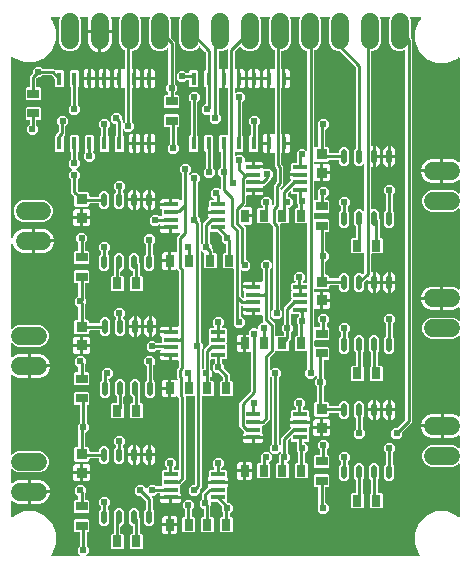
<source format=gbr>
G04 EAGLE Gerber RS-274X export*
G75*
%MOMM*%
%FSLAX34Y34*%
%LPD*%
%INTop Copper*%
%IPPOS*%
%AMOC8*
5,1,8,0,0,1.08239X$1,22.5*%
G01*
G04 Define Apertures*
%ADD10R,0.970200X0.920900*%
%ADD11R,0.798700X0.973900*%
%ADD12R,0.973900X0.798700*%
%ADD13C,0.550000*%
%ADD14R,1.219200X0.406400*%
%ADD15R,0.457200X1.117600*%
%ADD16C,1.524000*%
%ADD17C,1.500000*%
%ADD18C,0.254000*%
%ADD19C,0.604000*%
G36*
X68231Y10220D02*
X67934Y10160D01*
X44329Y10160D01*
X44065Y10207D01*
X43807Y10366D01*
X43632Y10614D01*
X43567Y10910D01*
X43622Y11208D01*
X43790Y11461D01*
X44780Y12451D01*
X48260Y20853D01*
X48260Y29947D01*
X44780Y38349D01*
X38349Y44780D01*
X29947Y48260D01*
X20853Y48260D01*
X12451Y44780D01*
X11461Y43790D01*
X11241Y43637D01*
X10946Y43567D01*
X10647Y43618D01*
X10392Y43781D01*
X10220Y44031D01*
X10160Y44329D01*
X10160Y56592D01*
X10207Y56855D01*
X10366Y57113D01*
X10614Y57288D01*
X10910Y57354D01*
X11208Y57298D01*
X11461Y57130D01*
X12213Y56379D01*
X15903Y54850D01*
X24130Y54850D01*
X24130Y74930D01*
X15903Y74930D01*
X12213Y73402D01*
X11461Y72650D01*
X11241Y72497D01*
X10946Y72427D01*
X10647Y72478D01*
X10392Y72641D01*
X10220Y72891D01*
X10160Y73188D01*
X10160Y83429D01*
X10207Y83692D01*
X10366Y83950D01*
X10614Y84125D01*
X10910Y84190D01*
X11208Y84135D01*
X11461Y83967D01*
X12788Y82640D01*
X16105Y81266D01*
X34695Y81266D01*
X38012Y82640D01*
X40550Y85178D01*
X41924Y88495D01*
X41924Y92085D01*
X40550Y95402D01*
X38012Y97940D01*
X34695Y99314D01*
X16105Y99314D01*
X12788Y97940D01*
X11461Y96613D01*
X11241Y96460D01*
X10946Y96390D01*
X10647Y96441D01*
X10392Y96604D01*
X10220Y96854D01*
X10160Y97151D01*
X10160Y163152D01*
X10207Y163415D01*
X10366Y163673D01*
X10614Y163848D01*
X10910Y163914D01*
X11208Y163858D01*
X11461Y163690D01*
X12213Y162939D01*
X15903Y161410D01*
X24130Y161410D01*
X24130Y181490D01*
X15903Y181490D01*
X12213Y179962D01*
X11461Y179210D01*
X11241Y179057D01*
X10946Y178987D01*
X10647Y179038D01*
X10392Y179201D01*
X10220Y179451D01*
X10160Y179748D01*
X10160Y189989D01*
X10207Y190252D01*
X10366Y190510D01*
X10614Y190685D01*
X10910Y190750D01*
X11208Y190695D01*
X11461Y190527D01*
X12788Y189200D01*
X16105Y187826D01*
X34695Y187826D01*
X38012Y189200D01*
X40550Y191738D01*
X41924Y195055D01*
X41924Y198645D01*
X40550Y201962D01*
X38012Y204500D01*
X34695Y205874D01*
X16105Y205874D01*
X12788Y204500D01*
X11461Y203173D01*
X11241Y203020D01*
X10946Y202950D01*
X10647Y203001D01*
X10392Y203164D01*
X10220Y203414D01*
X10160Y203711D01*
X10160Y274414D01*
X10205Y274672D01*
X10362Y274931D01*
X10608Y275108D01*
X10904Y275176D01*
X11202Y275122D01*
X11457Y274957D01*
X11626Y274706D01*
X12915Y271593D01*
X15739Y268769D01*
X19430Y267241D01*
X27657Y267241D01*
X27657Y287321D01*
X19430Y287321D01*
X15739Y285792D01*
X12915Y282968D01*
X11626Y279856D01*
X11486Y279635D01*
X11241Y279455D01*
X10946Y279385D01*
X10647Y279436D01*
X10392Y279600D01*
X10220Y279850D01*
X10160Y280147D01*
X10160Y432683D01*
X10207Y432947D01*
X10366Y433205D01*
X10614Y433380D01*
X10910Y433445D01*
X11208Y433390D01*
X11461Y433222D01*
X12451Y432232D01*
X20853Y428752D01*
X29947Y428752D01*
X38349Y432232D01*
X44780Y438663D01*
X48260Y447065D01*
X48260Y456159D01*
X44780Y464561D01*
X43790Y465551D01*
X43637Y465771D01*
X43567Y466066D01*
X43618Y466365D01*
X43781Y466620D01*
X44031Y466792D01*
X44329Y466852D01*
X50546Y466852D01*
X50815Y466803D01*
X51072Y466642D01*
X51245Y466393D01*
X51308Y466096D01*
X51250Y465798D01*
X50546Y464099D01*
X50546Y445221D01*
X51938Y441860D01*
X54510Y439288D01*
X57871Y437896D01*
X61509Y437896D01*
X64870Y439288D01*
X67442Y441860D01*
X68834Y445221D01*
X68834Y464099D01*
X68130Y465798D01*
X68072Y466066D01*
X68123Y466365D01*
X68287Y466620D01*
X68537Y466792D01*
X68834Y466852D01*
X74846Y466852D01*
X75115Y466803D01*
X75372Y466642D01*
X75546Y466393D01*
X75608Y466096D01*
X75550Y465798D01*
X74930Y464301D01*
X74930Y455930D01*
X95250Y455930D01*
X95250Y464301D01*
X94630Y465798D01*
X94572Y466066D01*
X94623Y466365D01*
X94786Y466620D01*
X95037Y466792D01*
X95334Y466852D01*
X101346Y466852D01*
X101615Y466803D01*
X101872Y466642D01*
X102045Y466393D01*
X102108Y466096D01*
X102050Y465798D01*
X101346Y464099D01*
X101346Y445221D01*
X102738Y441860D01*
X105310Y439288D01*
X105956Y439021D01*
X106194Y438864D01*
X106366Y438614D01*
X106426Y438317D01*
X106426Y423262D01*
X106379Y422998D01*
X106220Y422740D01*
X105972Y422565D01*
X105676Y422500D01*
X105378Y422555D01*
X105125Y422723D01*
X104938Y422910D01*
X102870Y422910D01*
X102870Y406654D01*
X104938Y406654D01*
X105125Y406841D01*
X105345Y406994D01*
X105640Y407064D01*
X105939Y407013D01*
X106194Y406850D01*
X106366Y406600D01*
X106426Y406302D01*
X106426Y378372D01*
X106370Y378086D01*
X106203Y377833D01*
X105695Y377325D01*
X105475Y377172D01*
X105180Y377102D01*
X104881Y377153D01*
X104626Y377316D01*
X104454Y377567D01*
X104394Y377864D01*
X104394Y379617D01*
X103827Y380184D01*
X103664Y380426D01*
X103604Y380723D01*
X103604Y382882D01*
X100942Y385544D01*
X97178Y385544D01*
X94516Y382882D01*
X94516Y379118D01*
X97178Y376456D01*
X98044Y376456D01*
X98319Y376405D01*
X98574Y376241D01*
X98746Y375991D01*
X98806Y375694D01*
X98806Y367469D01*
X98750Y367183D01*
X98583Y366930D01*
X97790Y366137D01*
X97790Y353699D01*
X98683Y352806D01*
X104517Y352806D01*
X105410Y353699D01*
X105410Y366137D01*
X104617Y366930D01*
X104454Y367172D01*
X104394Y367469D01*
X104394Y370984D01*
X104441Y371248D01*
X104600Y371506D01*
X104848Y371681D01*
X105144Y371746D01*
X105442Y371691D01*
X105695Y371523D01*
X107338Y369880D01*
X111102Y369880D01*
X113764Y372542D01*
X113764Y376306D01*
X112237Y377833D01*
X112074Y378075D01*
X112014Y378372D01*
X112014Y405892D01*
X112065Y406167D01*
X112229Y406422D01*
X112479Y406594D01*
X112776Y406654D01*
X113030Y406654D01*
X113030Y422910D01*
X112776Y422910D01*
X112501Y422961D01*
X112246Y423125D01*
X112074Y423375D01*
X112014Y423672D01*
X112014Y437265D01*
X112067Y437545D01*
X112233Y437799D01*
X112484Y437969D01*
X115670Y439288D01*
X118242Y441860D01*
X119634Y445221D01*
X119634Y464099D01*
X118930Y465798D01*
X118872Y466066D01*
X118923Y466365D01*
X119087Y466620D01*
X119337Y466792D01*
X119634Y466852D01*
X126746Y466852D01*
X127015Y466803D01*
X127272Y466642D01*
X127445Y466393D01*
X127508Y466096D01*
X127450Y465798D01*
X126746Y464099D01*
X126746Y445221D01*
X128138Y441860D01*
X130710Y439288D01*
X134071Y437896D01*
X137709Y437896D01*
X141070Y439288D01*
X141955Y440174D01*
X142175Y440327D01*
X142470Y440396D01*
X142769Y440346D01*
X143024Y440182D01*
X143196Y439932D01*
X143256Y439635D01*
X143256Y410348D01*
X143200Y410062D01*
X143033Y409809D01*
X141506Y408282D01*
X141506Y404518D01*
X143033Y402991D01*
X143196Y402749D01*
X143256Y402452D01*
X143256Y401782D01*
X143205Y401507D01*
X143041Y401251D01*
X142791Y401080D01*
X142494Y401020D01*
X140549Y401020D01*
X139657Y400127D01*
X139657Y390877D01*
X140549Y389985D01*
X151551Y389985D01*
X152444Y390877D01*
X152444Y400127D01*
X151551Y401020D01*
X149606Y401020D01*
X149331Y401071D01*
X149076Y401234D01*
X148904Y401484D01*
X148844Y401782D01*
X148844Y402452D01*
X148900Y402738D01*
X149067Y402991D01*
X150594Y404518D01*
X150594Y408282D01*
X149067Y409809D01*
X148904Y410051D01*
X148844Y410348D01*
X148844Y445657D01*
X145257Y449244D01*
X145094Y449486D01*
X145034Y449783D01*
X145034Y464099D01*
X144330Y465798D01*
X144272Y466066D01*
X144323Y466365D01*
X144487Y466620D01*
X144737Y466792D01*
X145034Y466852D01*
X152146Y466852D01*
X152415Y466803D01*
X152672Y466642D01*
X152845Y466393D01*
X152908Y466096D01*
X152850Y465798D01*
X152146Y464099D01*
X152146Y445221D01*
X153538Y441860D01*
X156110Y439288D01*
X159471Y437896D01*
X163109Y437896D01*
X166470Y439288D01*
X169051Y441870D01*
X169282Y442028D01*
X169578Y442093D01*
X169876Y442037D01*
X170129Y441870D01*
X174529Y437470D01*
X174692Y437228D01*
X174752Y436931D01*
X174752Y422333D01*
X174696Y422047D01*
X174529Y421794D01*
X173736Y421001D01*
X173736Y408563D01*
X174529Y407770D01*
X174692Y407528D01*
X174752Y407231D01*
X174752Y393810D01*
X174696Y393524D01*
X174529Y393271D01*
X171760Y390502D01*
X171760Y386738D01*
X174422Y384076D01*
X177690Y384076D01*
X177954Y384029D01*
X178212Y383870D01*
X178387Y383622D01*
X178452Y383326D01*
X178397Y383028D01*
X178336Y382937D01*
X178336Y379118D01*
X180998Y376456D01*
X184762Y376456D01*
X187424Y379118D01*
X187424Y382882D01*
X185897Y384409D01*
X185734Y384651D01*
X185674Y384948D01*
X185674Y406048D01*
X185721Y406312D01*
X185880Y406570D01*
X186128Y406745D01*
X186424Y406810D01*
X186722Y406755D01*
X186874Y406654D01*
X188976Y406654D01*
X188976Y422910D01*
X186879Y422910D01*
X186755Y422824D01*
X186460Y422754D01*
X186161Y422805D01*
X185906Y422968D01*
X185734Y423219D01*
X185674Y423516D01*
X185674Y437134D01*
X185725Y437409D01*
X185889Y437664D01*
X186139Y437836D01*
X186436Y437896D01*
X188509Y437896D01*
X191870Y439288D01*
X192501Y439920D01*
X192721Y440073D01*
X193016Y440142D01*
X193315Y440092D01*
X193570Y439928D01*
X193742Y439678D01*
X193802Y439381D01*
X193802Y423672D01*
X193751Y423397D01*
X193587Y423142D01*
X193337Y422970D01*
X193040Y422910D01*
X191516Y422910D01*
X191516Y406654D01*
X193040Y406654D01*
X193315Y406603D01*
X193570Y406439D01*
X193742Y406189D01*
X193802Y405892D01*
X193802Y367792D01*
X193751Y367517D01*
X193587Y367262D01*
X193337Y367090D01*
X193040Y367030D01*
X187329Y367030D01*
X186436Y366137D01*
X186436Y353699D01*
X187229Y352906D01*
X187392Y352664D01*
X187452Y352367D01*
X187452Y339454D01*
X187396Y339168D01*
X187229Y338915D01*
X185476Y337162D01*
X185476Y333398D01*
X187483Y331391D01*
X187646Y331149D01*
X187706Y330852D01*
X187706Y321984D01*
X187659Y321721D01*
X187500Y321462D01*
X187252Y321287D01*
X186956Y321222D01*
X186658Y321278D01*
X186405Y321445D01*
X185806Y322044D01*
X182042Y322044D01*
X179380Y319382D01*
X179380Y315618D01*
X181941Y313057D01*
X182094Y312837D01*
X182164Y312542D01*
X182113Y312243D01*
X181950Y311988D01*
X181699Y311816D01*
X181402Y311756D01*
X178301Y311756D01*
X177408Y310863D01*
X177408Y306116D01*
X177352Y305830D01*
X177185Y305577D01*
X176392Y304784D01*
X176392Y302970D01*
X186298Y302970D01*
X186298Y300430D01*
X176392Y300430D01*
X176392Y298616D01*
X177114Y297894D01*
X177272Y297664D01*
X177337Y297367D01*
X177281Y297069D01*
X177114Y296816D01*
X172466Y292169D01*
X172466Y275728D01*
X172410Y275442D01*
X172243Y275189D01*
X171735Y274681D01*
X171515Y274528D01*
X171220Y274458D01*
X170921Y274509D01*
X170666Y274672D01*
X170494Y274923D01*
X170434Y275220D01*
X170434Y293257D01*
X169867Y293824D01*
X169704Y294066D01*
X169644Y294363D01*
X169644Y296522D01*
X168117Y298049D01*
X167954Y298291D01*
X167894Y298588D01*
X167894Y326252D01*
X167950Y326538D01*
X168117Y326791D01*
X169644Y328318D01*
X169644Y332082D01*
X166982Y334744D01*
X163218Y334744D01*
X161575Y333101D01*
X161355Y332948D01*
X161060Y332878D01*
X160761Y332929D01*
X160506Y333092D01*
X160334Y333343D01*
X160274Y333640D01*
X160274Y333872D01*
X160330Y334158D01*
X160497Y334411D01*
X162024Y335938D01*
X162024Y339702D01*
X159362Y342364D01*
X155598Y342364D01*
X152936Y339702D01*
X152936Y335938D01*
X154463Y334411D01*
X154626Y334169D01*
X154686Y333872D01*
X154686Y312246D01*
X154639Y311982D01*
X154480Y311724D01*
X154232Y311549D01*
X153936Y311484D01*
X153638Y311539D01*
X153385Y311707D01*
X152320Y312772D01*
X146442Y312772D01*
X146442Y306930D01*
X136536Y306930D01*
X136536Y305116D01*
X137329Y304323D01*
X137492Y304082D01*
X137552Y303784D01*
X137552Y298756D01*
X137501Y298481D01*
X137337Y298226D01*
X137087Y298054D01*
X136790Y297994D01*
X135468Y297994D01*
X135182Y298050D01*
X134929Y298217D01*
X133962Y299184D01*
X130198Y299184D01*
X127536Y296522D01*
X127536Y292758D01*
X130198Y290096D01*
X133962Y290096D01*
X135235Y291369D01*
X135455Y291522D01*
X135750Y291592D01*
X136049Y291541D01*
X136304Y291378D01*
X136476Y291127D01*
X136536Y290830D01*
X136536Y289970D01*
X146442Y289970D01*
X146442Y284128D01*
X152197Y284128D01*
X152461Y284081D01*
X152719Y283922D01*
X152894Y283674D01*
X152959Y283378D01*
X152904Y283080D01*
X152736Y282827D01*
X150650Y280741D01*
X150650Y268243D01*
X150603Y267979D01*
X150444Y267721D01*
X150196Y267546D01*
X149900Y267481D01*
X149602Y267536D01*
X149349Y267704D01*
X149294Y267760D01*
X145518Y267760D01*
X145518Y252941D01*
X149294Y252941D01*
X149706Y253353D01*
X149936Y253511D01*
X150233Y253576D01*
X150531Y253520D01*
X150784Y253353D01*
X151923Y252214D01*
X152086Y251972D01*
X152146Y251675D01*
X152146Y205584D01*
X152095Y205309D01*
X151931Y205054D01*
X151681Y204882D01*
X151384Y204822D01*
X146442Y204822D01*
X146442Y198980D01*
X136536Y198980D01*
X136536Y197166D01*
X137329Y196373D01*
X137492Y196132D01*
X137552Y195834D01*
X137552Y191516D01*
X137501Y191241D01*
X137337Y190986D01*
X137087Y190814D01*
X136790Y190754D01*
X133488Y190754D01*
X133202Y190810D01*
X132949Y190977D01*
X131422Y192504D01*
X127658Y192504D01*
X124996Y189842D01*
X124996Y186078D01*
X127658Y183416D01*
X131422Y183416D01*
X132949Y184943D01*
X133191Y185106D01*
X133488Y185166D01*
X136028Y185166D01*
X136292Y185119D01*
X136550Y184960D01*
X136725Y184712D01*
X136790Y184416D01*
X136735Y184118D01*
X136567Y183865D01*
X136536Y183834D01*
X136536Y182020D01*
X146442Y182020D01*
X146442Y176178D01*
X151384Y176178D01*
X151659Y176127D01*
X151914Y175963D01*
X152086Y175713D01*
X152146Y175416D01*
X152146Y170793D01*
X152090Y170507D01*
X151923Y170254D01*
X150650Y168981D01*
X150650Y161219D01*
X150747Y161122D01*
X150910Y160880D01*
X150971Y160583D01*
X150971Y159972D01*
X150924Y159709D01*
X150764Y159451D01*
X150517Y159275D01*
X150221Y159210D01*
X149923Y159266D01*
X149670Y159433D01*
X149294Y159810D01*
X145518Y159810D01*
X145518Y144991D01*
X149294Y144991D01*
X149706Y145403D01*
X149936Y145561D01*
X150233Y145626D01*
X150531Y145570D01*
X150784Y145403D01*
X151923Y144264D01*
X152086Y144022D01*
X152146Y143725D01*
X152146Y83918D01*
X152095Y83643D01*
X151931Y83388D01*
X151681Y83216D01*
X151384Y83156D01*
X148336Y83156D01*
X148061Y83207D01*
X147806Y83371D01*
X147634Y83621D01*
X147574Y83918D01*
X147574Y84952D01*
X147630Y85238D01*
X147797Y85491D01*
X149324Y87018D01*
X149324Y90782D01*
X146662Y93444D01*
X142898Y93444D01*
X140236Y90782D01*
X140236Y87018D01*
X141763Y85491D01*
X141926Y85249D01*
X141986Y84952D01*
X141986Y83918D01*
X141935Y83643D01*
X141771Y83388D01*
X141521Y83216D01*
X141224Y83156D01*
X138445Y83156D01*
X137552Y82263D01*
X137552Y76937D01*
X137600Y76889D01*
X137758Y76658D01*
X137823Y76362D01*
X137767Y76064D01*
X137600Y75811D01*
X137552Y75763D01*
X137552Y70156D01*
X137501Y69881D01*
X137337Y69626D01*
X137087Y69454D01*
X136790Y69394D01*
X132928Y69394D01*
X132642Y69450D01*
X132389Y69617D01*
X131422Y70584D01*
X127658Y70584D01*
X124999Y67925D01*
X124768Y67767D01*
X124472Y67702D01*
X124174Y67758D01*
X123921Y67925D01*
X121262Y70584D01*
X117498Y70584D01*
X114836Y67922D01*
X114836Y64158D01*
X117498Y61496D01*
X119657Y61496D01*
X119943Y61440D01*
X120196Y61273D01*
X123983Y57486D01*
X124146Y57244D01*
X124206Y56947D01*
X124206Y50666D01*
X124150Y50380D01*
X123983Y50127D01*
X122726Y48870D01*
X122726Y38330D01*
X125230Y35826D01*
X128770Y35826D01*
X131274Y38330D01*
X131274Y48870D01*
X130017Y50127D01*
X129854Y50369D01*
X129794Y50666D01*
X129794Y59577D01*
X129176Y60195D01*
X129023Y60415D01*
X128953Y60710D01*
X129004Y61009D01*
X129168Y61264D01*
X129418Y61436D01*
X129715Y61496D01*
X131422Y61496D01*
X133509Y63583D01*
X133751Y63746D01*
X134048Y63806D01*
X135774Y63806D01*
X136049Y63755D01*
X136304Y63591D01*
X136476Y63341D01*
X136536Y63044D01*
X136536Y61370D01*
X153808Y61370D01*
X153808Y63184D01*
X153015Y63977D01*
X152852Y64219D01*
X152792Y64516D01*
X152792Y69318D01*
X152754Y69374D01*
X152689Y69670D01*
X152745Y69968D01*
X152912Y70221D01*
X157734Y75043D01*
X157734Y145245D01*
X157785Y145519D01*
X157949Y145775D01*
X158199Y145946D01*
X158496Y146007D01*
X165128Y146007D01*
X165403Y145955D01*
X165658Y145792D01*
X165830Y145542D01*
X165890Y145245D01*
X165890Y71346D01*
X165839Y71071D01*
X165675Y70816D01*
X165425Y70644D01*
X165128Y70584D01*
X163218Y70584D01*
X160556Y67922D01*
X160556Y64158D01*
X163218Y61496D01*
X166982Y61496D01*
X169644Y64158D01*
X169644Y66317D01*
X169700Y66603D01*
X169867Y66856D01*
X171478Y68467D01*
X171478Y145245D01*
X171529Y145519D01*
X171693Y145775D01*
X171943Y145946D01*
X172240Y146007D01*
X180623Y146007D01*
X181516Y146899D01*
X181516Y157901D01*
X180623Y158794D01*
X179554Y158794D01*
X179279Y158845D01*
X179024Y159008D01*
X178852Y159258D01*
X178792Y159556D01*
X178792Y161890D01*
X178848Y162176D01*
X179015Y162429D01*
X179804Y163218D01*
X179804Y166982D01*
X179015Y167771D01*
X178852Y168013D01*
X178792Y168310D01*
X178792Y176432D01*
X178843Y176707D01*
X179007Y176962D01*
X179257Y177134D01*
X179554Y177194D01*
X181864Y177194D01*
X182139Y177143D01*
X182394Y176979D01*
X182566Y176729D01*
X182626Y176432D01*
X182626Y174128D01*
X182570Y173842D01*
X182403Y173589D01*
X180876Y172062D01*
X180876Y168298D01*
X183538Y165636D01*
X185697Y165636D01*
X185983Y165580D01*
X186236Y165413D01*
X189285Y162364D01*
X189448Y162122D01*
X189508Y161825D01*
X189508Y159556D01*
X189457Y159281D01*
X189293Y159025D01*
X189043Y158854D01*
X188746Y158794D01*
X187677Y158794D01*
X186785Y157901D01*
X186785Y146899D01*
X187677Y146007D01*
X196927Y146007D01*
X197820Y146899D01*
X197820Y157901D01*
X196927Y158794D01*
X195858Y158794D01*
X195583Y158845D01*
X195328Y159008D01*
X195156Y159258D01*
X195096Y159556D01*
X195096Y164455D01*
X190187Y169364D01*
X190024Y169606D01*
X189964Y169903D01*
X189964Y172062D01*
X188437Y173589D01*
X188274Y173831D01*
X188214Y174128D01*
X188214Y176432D01*
X188265Y176707D01*
X188429Y176962D01*
X188679Y177134D01*
X188976Y177194D01*
X191755Y177194D01*
X192648Y178087D01*
X192648Y183413D01*
X192600Y183461D01*
X192442Y183692D01*
X192377Y183988D01*
X192433Y184286D01*
X192600Y184539D01*
X192648Y184587D01*
X192648Y189913D01*
X192600Y189961D01*
X192442Y190192D01*
X192377Y190488D01*
X192433Y190786D01*
X192600Y191039D01*
X192648Y191087D01*
X192648Y196413D01*
X192600Y196461D01*
X192442Y196692D01*
X192377Y196988D01*
X192433Y197286D01*
X192600Y197539D01*
X192648Y197587D01*
X192648Y202913D01*
X191755Y203806D01*
X189212Y203806D01*
X188949Y203853D01*
X188690Y204012D01*
X188515Y204260D01*
X188450Y204556D01*
X188506Y204854D01*
X188673Y205107D01*
X189964Y206398D01*
X189964Y210162D01*
X187302Y212824D01*
X183538Y212824D01*
X180876Y210162D01*
X180876Y206398D01*
X182011Y205263D01*
X182174Y205021D01*
X182234Y204724D01*
X182234Y204568D01*
X182183Y204293D01*
X182019Y204038D01*
X181769Y203866D01*
X181472Y203806D01*
X178301Y203806D01*
X177408Y202913D01*
X177408Y197587D01*
X177456Y197539D01*
X177614Y197308D01*
X177679Y197012D01*
X177623Y196714D01*
X177456Y196461D01*
X177408Y196413D01*
X177408Y191087D01*
X177456Y191039D01*
X177614Y190808D01*
X177679Y190512D01*
X177623Y190214D01*
X177456Y189961D01*
X177408Y189913D01*
X177408Y189476D01*
X177352Y189190D01*
X177185Y188937D01*
X173485Y185237D01*
X173265Y185084D01*
X173204Y185070D01*
X173204Y169786D01*
X173148Y169500D01*
X172981Y169247D01*
X172779Y169045D01*
X172559Y168892D01*
X172264Y168822D01*
X171965Y168873D01*
X171710Y169036D01*
X171538Y169287D01*
X171478Y169584D01*
X171478Y185056D01*
X171534Y185342D01*
X171701Y185595D01*
X171903Y185797D01*
X172123Y185950D01*
X172184Y185965D01*
X172184Y189842D01*
X170657Y191369D01*
X170494Y191611D01*
X170434Y191908D01*
X170434Y268340D01*
X170481Y268604D01*
X170640Y268862D01*
X170888Y269037D01*
X171184Y269102D01*
X171482Y269047D01*
X171735Y268879D01*
X173353Y267261D01*
X173511Y267030D01*
X173576Y266734D01*
X173520Y266436D01*
X173353Y266183D01*
X173021Y265851D01*
X173021Y254849D01*
X173913Y253957D01*
X183163Y253957D01*
X184056Y254849D01*
X184056Y265851D01*
X183163Y266744D01*
X182094Y266744D01*
X181819Y266795D01*
X181564Y266958D01*
X181392Y267208D01*
X181332Y267506D01*
X181332Y269659D01*
X180027Y270964D01*
X179864Y271206D01*
X179804Y271503D01*
X179804Y273662D01*
X178277Y275189D01*
X178114Y275431D01*
X178054Y275728D01*
X178054Y284382D01*
X178105Y284657D01*
X178269Y284912D01*
X178519Y285084D01*
X178816Y285144D01*
X184317Y285144D01*
X184603Y285088D01*
X184856Y284921D01*
X188273Y281504D01*
X188436Y281262D01*
X188496Y280965D01*
X188496Y277518D01*
X191158Y274856D01*
X191286Y274856D01*
X191561Y274805D01*
X191816Y274641D01*
X191988Y274391D01*
X192048Y274094D01*
X192048Y267506D01*
X191997Y267231D01*
X191833Y266975D01*
X191583Y266804D01*
X191286Y266744D01*
X190217Y266744D01*
X189325Y265851D01*
X189325Y254849D01*
X190217Y253957D01*
X198074Y253957D01*
X198348Y253905D01*
X198604Y253742D01*
X198775Y253492D01*
X198836Y253195D01*
X198836Y210657D01*
X198780Y210371D01*
X198656Y210184D01*
X198656Y206398D01*
X201318Y203736D01*
X205082Y203736D01*
X207744Y206398D01*
X207744Y210162D01*
X205059Y212848D01*
X204911Y212875D01*
X204655Y213039D01*
X204484Y213289D01*
X204424Y213586D01*
X204424Y221794D01*
X204475Y222069D01*
X204638Y222324D01*
X204888Y222496D01*
X205186Y222556D01*
X205624Y222556D01*
X205899Y222505D01*
X206154Y222341D01*
X206326Y222091D01*
X206386Y221794D01*
X206386Y220120D01*
X216292Y220120D01*
X216292Y214278D01*
X222404Y214278D01*
X222480Y214296D01*
X222779Y214245D01*
X223034Y214082D01*
X223206Y213832D01*
X223266Y213534D01*
X223266Y209550D01*
X223397Y209418D01*
X223550Y209199D01*
X223620Y208904D01*
X223569Y208605D01*
X223406Y208349D01*
X223156Y208178D01*
X222859Y208118D01*
X222011Y208118D01*
X219350Y205456D01*
X219350Y203531D01*
X219303Y203268D01*
X219143Y203010D01*
X218896Y202834D01*
X218600Y202769D01*
X218302Y202825D01*
X218049Y202992D01*
X217782Y203259D01*
X214018Y203259D01*
X211356Y200597D01*
X211356Y198672D01*
X211305Y198397D01*
X211141Y198141D01*
X210891Y197970D01*
X210594Y197910D01*
X209018Y197910D01*
X209018Y183091D01*
X212344Y183091D01*
X212619Y183039D01*
X212874Y182876D01*
X213046Y182626D01*
X213106Y182329D01*
X213106Y150473D01*
X213050Y150187D01*
X212883Y149934D01*
X203338Y140389D01*
X203338Y119553D01*
X205198Y117694D01*
X207108Y115784D01*
X207266Y115553D01*
X207331Y115257D01*
X207275Y114959D01*
X207108Y114706D01*
X206386Y113984D01*
X206386Y112170D01*
X223658Y112170D01*
X223658Y113984D01*
X222865Y114777D01*
X222702Y115019D01*
X222642Y115316D01*
X222642Y120344D01*
X222693Y120619D01*
X222857Y120874D01*
X223107Y121046D01*
X223404Y121106D01*
X224117Y121106D01*
X228854Y125843D01*
X228854Y161660D01*
X228901Y161924D01*
X229060Y162182D01*
X229308Y162357D01*
X229604Y162422D01*
X229902Y162367D01*
X230155Y162199D01*
X230663Y161691D01*
X230826Y161449D01*
X230886Y161152D01*
X230886Y105548D01*
X230830Y105262D01*
X230663Y105009D01*
X229136Y103482D01*
X229136Y99718D01*
X231798Y97056D01*
X235562Y97056D01*
X237205Y98699D01*
X237425Y98852D01*
X237720Y98922D01*
X238019Y98871D01*
X238274Y98708D01*
X238446Y98457D01*
X238506Y98160D01*
X238506Y97928D01*
X238450Y97642D01*
X238283Y97389D01*
X236756Y95862D01*
X236756Y93703D01*
X236704Y93436D01*
X236704Y89706D01*
X236653Y89431D01*
X236489Y89175D01*
X236239Y89004D01*
X235942Y88944D01*
X234873Y88944D01*
X233981Y88051D01*
X233981Y77049D01*
X234873Y76157D01*
X244123Y76157D01*
X245016Y77049D01*
X245016Y88051D01*
X243945Y89121D01*
X243787Y89352D01*
X243722Y89648D01*
X243778Y89946D01*
X243945Y90199D01*
X245844Y92098D01*
X245844Y95862D01*
X244317Y97389D01*
X244154Y97631D01*
X244094Y97928D01*
X244094Y107928D01*
X244150Y108214D01*
X244317Y108467D01*
X245957Y110107D01*
X246177Y110260D01*
X246472Y110330D01*
X246771Y110279D01*
X247026Y110116D01*
X247198Y109866D01*
X247258Y109568D01*
X247258Y108237D01*
X248151Y107344D01*
X251322Y107344D01*
X251597Y107293D01*
X251852Y107129D01*
X252024Y106879D01*
X252084Y106582D01*
X252084Y103886D01*
X252028Y103600D01*
X251996Y103551D01*
X251996Y99718D01*
X252785Y98929D01*
X252948Y98687D01*
X253008Y98390D01*
X253008Y89706D01*
X252957Y89431D01*
X252793Y89175D01*
X252543Y89004D01*
X252246Y88944D01*
X251177Y88944D01*
X250285Y88051D01*
X250285Y77049D01*
X251177Y76157D01*
X260427Y76157D01*
X261320Y77049D01*
X261320Y88051D01*
X260427Y88944D01*
X259358Y88944D01*
X259083Y88995D01*
X258828Y89158D01*
X258656Y89408D01*
X258596Y89706D01*
X258596Y96914D01*
X258652Y97200D01*
X258819Y97453D01*
X261084Y99718D01*
X261084Y103482D01*
X258523Y106043D01*
X258370Y106263D01*
X258300Y106558D01*
X258351Y106857D01*
X258514Y107112D01*
X258765Y107284D01*
X259062Y107344D01*
X261605Y107344D01*
X262498Y108237D01*
X262498Y113563D01*
X262450Y113611D01*
X262292Y113842D01*
X262227Y114138D01*
X262283Y114436D01*
X262450Y114689D01*
X262498Y114737D01*
X262498Y119484D01*
X262554Y119770D01*
X262721Y120023D01*
X263514Y120816D01*
X263514Y122630D01*
X246242Y122630D01*
X246242Y120816D01*
X246964Y120094D01*
X247122Y119864D01*
X247187Y119567D01*
X247131Y119269D01*
X246964Y119016D01*
X238506Y110559D01*
X238506Y105040D01*
X238459Y104777D01*
X238300Y104518D01*
X238052Y104343D01*
X237756Y104278D01*
X237458Y104334D01*
X237205Y104501D01*
X236697Y105009D01*
X236534Y105251D01*
X236474Y105548D01*
X236474Y161152D01*
X236530Y161438D01*
X236697Y161691D01*
X238224Y163218D01*
X238224Y166982D01*
X235562Y169644D01*
X231798Y169644D01*
X230155Y168001D01*
X229935Y167848D01*
X229640Y167778D01*
X229341Y167829D01*
X229086Y167992D01*
X228914Y168243D01*
X228854Y168540D01*
X228854Y178221D01*
X228910Y178507D01*
X229077Y178760D01*
X233634Y183316D01*
X233634Y183507D01*
X233680Y183770D01*
X233840Y184028D01*
X234087Y184203D01*
X234383Y184269D01*
X234681Y184213D01*
X234842Y184107D01*
X244123Y184107D01*
X245016Y184999D01*
X245016Y191751D01*
X245071Y192037D01*
X245239Y192289D01*
X246634Y193685D01*
X246634Y199252D01*
X246690Y199538D01*
X246857Y199791D01*
X248384Y201318D01*
X248384Y205082D01*
X246857Y206609D01*
X246694Y206851D01*
X246634Y207148D01*
X246634Y214971D01*
X246681Y215234D01*
X246840Y215492D01*
X247088Y215668D01*
X247384Y215733D01*
X247682Y215677D01*
X247935Y215510D01*
X248151Y215294D01*
X252984Y215294D01*
X253259Y215243D01*
X253514Y215079D01*
X253686Y214829D01*
X253746Y214532D01*
X253746Y213724D01*
X253690Y213438D01*
X253523Y213185D01*
X251996Y211658D01*
X251996Y207894D01*
X252785Y207105D01*
X252948Y206863D01*
X253008Y206566D01*
X253008Y197656D01*
X252957Y197381D01*
X252793Y197125D01*
X252543Y196954D01*
X252246Y196894D01*
X251177Y196894D01*
X250285Y196001D01*
X250285Y184999D01*
X251177Y184107D01*
X260212Y184107D01*
X260487Y184055D01*
X260742Y183892D01*
X260914Y183642D01*
X260974Y183345D01*
X260974Y169048D01*
X260918Y168762D01*
X260751Y168509D01*
X259224Y166982D01*
X259224Y163218D01*
X261886Y160556D01*
X265650Y160556D01*
X267685Y162591D01*
X267905Y162744D01*
X268200Y162814D01*
X268499Y162763D01*
X268754Y162600D01*
X268926Y162349D01*
X268986Y162052D01*
X268986Y161428D01*
X268930Y161142D01*
X268763Y160889D01*
X267236Y159362D01*
X267236Y155598D01*
X268763Y154071D01*
X268926Y153829D01*
X268986Y153532D01*
X268986Y141637D01*
X268935Y141362D01*
X268771Y141106D01*
X268521Y140935D01*
X268224Y140875D01*
X267568Y140875D01*
X266675Y139982D01*
X266675Y129510D01*
X267568Y128618D01*
X278532Y128618D01*
X279425Y129510D01*
X279425Y131190D01*
X279476Y131465D01*
X279640Y131720D01*
X279890Y131892D01*
X280187Y131952D01*
X287064Y131952D01*
X287339Y131901D01*
X287594Y131737D01*
X287766Y131487D01*
X287826Y131190D01*
X287826Y128930D01*
X290330Y126426D01*
X293870Y126426D01*
X296374Y128930D01*
X296374Y139470D01*
X293870Y141974D01*
X290330Y141974D01*
X287826Y139470D01*
X287826Y138302D01*
X287775Y138027D01*
X287611Y137772D01*
X287361Y137600D01*
X287064Y137540D01*
X280187Y137540D01*
X279912Y137591D01*
X279657Y137755D01*
X279485Y138005D01*
X279425Y138302D01*
X279425Y139982D01*
X278532Y140875D01*
X275336Y140875D01*
X275061Y140926D01*
X274806Y141089D01*
X274634Y141339D01*
X274574Y141637D01*
X274574Y153532D01*
X274630Y153818D01*
X274797Y154071D01*
X276324Y155598D01*
X276324Y159362D01*
X274797Y160889D01*
X274634Y161131D01*
X274574Y161428D01*
X274574Y176069D01*
X274625Y176343D01*
X274789Y176599D01*
X275039Y176770D01*
X275336Y176831D01*
X278551Y176831D01*
X279444Y177723D01*
X279444Y186973D01*
X278551Y187866D01*
X267324Y187866D01*
X267049Y187917D01*
X266794Y188080D01*
X266622Y188330D01*
X266562Y188628D01*
X266562Y192373D01*
X266613Y192647D01*
X266777Y192903D01*
X267027Y193074D01*
X267324Y193135D01*
X278551Y193135D01*
X279444Y194027D01*
X279444Y203277D01*
X278551Y204170D01*
X277876Y204170D01*
X277601Y204221D01*
X277346Y204384D01*
X277174Y204634D01*
X277114Y204932D01*
X277114Y206872D01*
X277170Y207158D01*
X277337Y207411D01*
X278864Y208938D01*
X278864Y212702D01*
X276202Y215364D01*
X272438Y215364D01*
X269776Y212702D01*
X269776Y208938D01*
X271303Y207411D01*
X271466Y207169D01*
X271526Y206872D01*
X271526Y204932D01*
X271475Y204657D01*
X271311Y204401D01*
X271061Y204230D01*
X270764Y204170D01*
X267324Y204170D01*
X267049Y204221D01*
X266794Y204384D01*
X266622Y204634D01*
X266562Y204932D01*
X266562Y219298D01*
X266613Y219572D01*
X266777Y219828D01*
X267027Y219999D01*
X267324Y220060D01*
X271780Y220060D01*
X271780Y234349D01*
X267324Y234349D01*
X267049Y234400D01*
X266794Y234563D01*
X266622Y234813D01*
X266562Y235111D01*
X266562Y235806D01*
X266613Y236080D01*
X266777Y236336D01*
X267027Y236507D01*
X267324Y236568D01*
X278532Y236568D01*
X279425Y237460D01*
X279425Y239140D01*
X279476Y239415D01*
X279640Y239670D01*
X279890Y239842D01*
X280187Y239902D01*
X287064Y239902D01*
X287339Y239851D01*
X287594Y239687D01*
X287766Y239437D01*
X287826Y239140D01*
X287826Y236880D01*
X290330Y234376D01*
X293870Y234376D01*
X296374Y236880D01*
X296374Y247420D01*
X293870Y249924D01*
X290330Y249924D01*
X287826Y247420D01*
X287826Y246252D01*
X287775Y245977D01*
X287611Y245722D01*
X287361Y245550D01*
X287064Y245490D01*
X280187Y245490D01*
X279912Y245541D01*
X279657Y245705D01*
X279485Y245955D01*
X279425Y246252D01*
X279425Y247932D01*
X278532Y248825D01*
X276606Y248825D01*
X276331Y248876D01*
X276076Y249039D01*
X275904Y249289D01*
X275844Y249587D01*
X275844Y258942D01*
X275900Y259228D01*
X276067Y259481D01*
X278864Y262278D01*
X278864Y266042D01*
X276067Y268839D01*
X275904Y269081D01*
X275844Y269378D01*
X275844Y284019D01*
X275895Y284293D01*
X276059Y284549D01*
X276309Y284720D01*
X276606Y284781D01*
X278551Y284781D01*
X279444Y285673D01*
X279444Y294923D01*
X278551Y295816D01*
X267324Y295816D01*
X267049Y295867D01*
X266794Y296030D01*
X266622Y296280D01*
X266562Y296578D01*
X266562Y300323D01*
X266613Y300597D01*
X266777Y300853D01*
X267027Y301024D01*
X267324Y301085D01*
X278551Y301085D01*
X279444Y301977D01*
X279444Y311227D01*
X278551Y312120D01*
X276606Y312120D01*
X276331Y312171D01*
X276076Y312334D01*
X275904Y312584D01*
X275844Y312882D01*
X275844Y313326D01*
X275900Y313612D01*
X276067Y313865D01*
X278864Y316662D01*
X278864Y320426D01*
X276202Y323088D01*
X272438Y323088D01*
X269776Y320426D01*
X269776Y316662D01*
X270033Y316405D01*
X270196Y316163D01*
X270256Y315866D01*
X270256Y312882D01*
X270205Y312607D01*
X270041Y312351D01*
X269791Y312180D01*
X269494Y312120D01*
X267324Y312120D01*
X267049Y312171D01*
X266794Y312334D01*
X266622Y312584D01*
X266562Y312882D01*
X266562Y327248D01*
X266613Y327522D01*
X266777Y327778D01*
X267027Y327949D01*
X267324Y328010D01*
X271780Y328010D01*
X271780Y342299D01*
X267324Y342299D01*
X267049Y342350D01*
X266794Y342513D01*
X266622Y342763D01*
X266562Y343061D01*
X266562Y343756D01*
X266613Y344030D01*
X266777Y344286D01*
X267027Y344457D01*
X267324Y344518D01*
X278532Y344518D01*
X279464Y345449D01*
X279476Y345516D01*
X279640Y345771D01*
X279890Y345943D01*
X280187Y346003D01*
X287064Y346003D01*
X287339Y345952D01*
X287594Y345789D01*
X287766Y345538D01*
X287826Y345241D01*
X287826Y343527D01*
X290330Y341023D01*
X293870Y341023D01*
X296374Y343527D01*
X296374Y354068D01*
X293870Y356571D01*
X290330Y356571D01*
X287826Y354068D01*
X287826Y352353D01*
X287775Y352079D01*
X287611Y351823D01*
X287361Y351652D01*
X287064Y351591D01*
X280187Y351591D01*
X279912Y351642D01*
X279657Y351806D01*
X279485Y352056D01*
X279425Y352353D01*
X279425Y355882D01*
X278532Y356775D01*
X276606Y356775D01*
X276331Y356826D01*
X276076Y356989D01*
X275904Y357239D01*
X275844Y357537D01*
X275844Y370702D01*
X275900Y370988D01*
X276067Y371241D01*
X278864Y374038D01*
X278864Y377802D01*
X276202Y380464D01*
X272438Y380464D01*
X269776Y377802D01*
X269776Y374038D01*
X270033Y373781D01*
X270196Y373539D01*
X270256Y373242D01*
X270256Y357537D01*
X270205Y357262D01*
X270041Y357006D01*
X269791Y356835D01*
X269494Y356775D01*
X267324Y356775D01*
X267049Y356826D01*
X266794Y356989D01*
X266622Y357239D01*
X266562Y357537D01*
X266562Y438154D01*
X266615Y438435D01*
X266781Y438689D01*
X267032Y438858D01*
X268070Y439288D01*
X270642Y441860D01*
X272034Y445221D01*
X272034Y464099D01*
X271330Y465798D01*
X271272Y466066D01*
X271323Y466365D01*
X271487Y466620D01*
X271737Y466792D01*
X272034Y466852D01*
X279146Y466852D01*
X279415Y466803D01*
X279672Y466642D01*
X279845Y466393D01*
X279908Y466096D01*
X279850Y465798D01*
X279146Y464099D01*
X279146Y445221D01*
X280538Y441860D01*
X283110Y439288D01*
X286471Y437896D01*
X288087Y437896D01*
X288373Y437840D01*
X288626Y437673D01*
X301783Y424516D01*
X301946Y424274D01*
X302006Y423977D01*
X302006Y355863D01*
X301950Y355577D01*
X301783Y355324D01*
X300526Y354068D01*
X300526Y343527D01*
X303030Y341023D01*
X306570Y341023D01*
X307861Y342314D01*
X308081Y342467D01*
X308376Y342537D01*
X308675Y342486D01*
X308930Y342323D01*
X309102Y342073D01*
X309162Y341775D01*
X309162Y303319D01*
X309115Y303056D01*
X308956Y302798D01*
X308708Y302622D01*
X308412Y302557D01*
X308114Y302613D01*
X307861Y302780D01*
X306570Y304071D01*
X303030Y304071D01*
X300526Y301568D01*
X300526Y291027D01*
X301783Y289770D01*
X301946Y289529D01*
X302006Y289231D01*
X302006Y280206D01*
X301955Y279931D01*
X301791Y279675D01*
X301541Y279504D01*
X301244Y279444D01*
X298373Y279444D01*
X297481Y278551D01*
X297481Y267549D01*
X298373Y266657D01*
X307623Y266657D01*
X307861Y266895D01*
X308081Y267048D01*
X308376Y267118D01*
X308675Y267067D01*
X308930Y266903D01*
X309102Y266653D01*
X309162Y266356D01*
X309162Y250779D01*
X309106Y250493D01*
X308939Y250240D01*
X308135Y249437D01*
X307905Y249279D01*
X307609Y249214D01*
X307311Y249269D01*
X307058Y249437D01*
X306570Y249924D01*
X303030Y249924D01*
X300526Y247420D01*
X300526Y236880D01*
X303030Y234376D01*
X306570Y234376D01*
X309074Y236880D01*
X309074Y242157D01*
X309130Y242443D01*
X309297Y242696D01*
X310909Y244308D01*
X311129Y244461D01*
X311424Y244531D01*
X311723Y244480D01*
X311978Y244316D01*
X312150Y244066D01*
X312210Y243769D01*
X312210Y243420D01*
X316230Y243420D01*
X316230Y250940D01*
X315512Y250940D01*
X315237Y250991D01*
X314982Y251155D01*
X314810Y251405D01*
X314750Y251702D01*
X314750Y265895D01*
X314801Y266169D01*
X314965Y266425D01*
X315215Y266596D01*
X315512Y266657D01*
X323927Y266657D01*
X324820Y267549D01*
X324820Y278551D01*
X323927Y279444D01*
X322858Y279444D01*
X322583Y279495D01*
X322328Y279658D01*
X322156Y279908D01*
X322096Y280206D01*
X322096Y295653D01*
X321997Y295751D01*
X321834Y295993D01*
X321774Y296290D01*
X321774Y301568D01*
X319270Y304071D01*
X315512Y304071D01*
X315237Y304122D01*
X314982Y304286D01*
X314810Y304536D01*
X314750Y304833D01*
X314750Y339245D01*
X314801Y339520D01*
X314965Y339775D01*
X315215Y339947D01*
X315512Y340007D01*
X316230Y340007D01*
X316230Y357587D01*
X315512Y357587D01*
X315237Y357638D01*
X314982Y357802D01*
X314810Y358052D01*
X314750Y358349D01*
X314750Y437134D01*
X314801Y437409D01*
X314965Y437664D01*
X315215Y437836D01*
X315506Y437895D01*
X318870Y439288D01*
X321442Y441860D01*
X322834Y445221D01*
X322834Y464099D01*
X322130Y465798D01*
X322072Y466066D01*
X322123Y466365D01*
X322287Y466620D01*
X322537Y466792D01*
X322834Y466852D01*
X329946Y466852D01*
X330215Y466803D01*
X330472Y466642D01*
X330645Y466393D01*
X330708Y466096D01*
X330650Y465798D01*
X329946Y464099D01*
X329946Y445221D01*
X331338Y441860D01*
X333910Y439288D01*
X337271Y437896D01*
X340909Y437896D01*
X342862Y438705D01*
X343130Y438763D01*
X343429Y438712D01*
X343684Y438549D01*
X343856Y438298D01*
X343916Y438001D01*
X343916Y125933D01*
X343860Y125647D01*
X343693Y125394D01*
X337366Y119067D01*
X337124Y118904D01*
X336827Y118844D01*
X334668Y118844D01*
X332006Y116182D01*
X332006Y112418D01*
X334668Y109756D01*
X338432Y109756D01*
X341094Y112418D01*
X341094Y114577D01*
X341150Y114863D01*
X341317Y115116D01*
X349504Y123303D01*
X349504Y448197D01*
X348457Y449244D01*
X348294Y449486D01*
X348234Y449783D01*
X348234Y464099D01*
X347530Y465798D01*
X347472Y466066D01*
X347523Y466365D01*
X347687Y466620D01*
X347937Y466792D01*
X348234Y466852D01*
X356483Y466852D01*
X356747Y466805D01*
X357005Y466646D01*
X357180Y466398D01*
X357245Y466102D01*
X357190Y465804D01*
X357022Y465551D01*
X355270Y463799D01*
X351790Y455397D01*
X351790Y446303D01*
X355270Y437901D01*
X361701Y431470D01*
X370103Y427990D01*
X379197Y427990D01*
X387599Y431470D01*
X388589Y432460D01*
X388809Y432613D01*
X389104Y432683D01*
X389403Y432632D01*
X389658Y432469D01*
X389830Y432219D01*
X389890Y431921D01*
X389890Y344848D01*
X389843Y344585D01*
X389684Y344327D01*
X389436Y344152D01*
X389140Y344086D01*
X388842Y344142D01*
X388589Y344310D01*
X387837Y345062D01*
X384147Y346590D01*
X375920Y346590D01*
X375920Y326510D01*
X384147Y326510D01*
X387837Y328039D01*
X388589Y328790D01*
X388809Y328943D01*
X389104Y329013D01*
X389403Y328962D01*
X389658Y328799D01*
X389830Y328549D01*
X389890Y328252D01*
X389890Y318011D01*
X389843Y317748D01*
X389684Y317490D01*
X389436Y317315D01*
X389140Y317250D01*
X388842Y317305D01*
X388589Y317473D01*
X387262Y318800D01*
X383945Y320174D01*
X365355Y320174D01*
X362038Y318800D01*
X359500Y316262D01*
X358126Y312945D01*
X358126Y309355D01*
X359500Y306038D01*
X362038Y303500D01*
X365355Y302126D01*
X383945Y302126D01*
X387262Y303500D01*
X388589Y304827D01*
X388809Y304980D01*
X389104Y305050D01*
X389403Y304999D01*
X389658Y304836D01*
X389830Y304586D01*
X389890Y304289D01*
X389890Y236898D01*
X389843Y236635D01*
X389684Y236377D01*
X389436Y236202D01*
X389140Y236136D01*
X388842Y236192D01*
X388589Y236360D01*
X387837Y237112D01*
X384147Y238640D01*
X375920Y238640D01*
X375920Y218560D01*
X384147Y218560D01*
X387837Y220089D01*
X388589Y220840D01*
X388809Y220993D01*
X389104Y221063D01*
X389403Y221012D01*
X389658Y220849D01*
X389830Y220599D01*
X389890Y220302D01*
X389890Y210061D01*
X389843Y209798D01*
X389684Y209540D01*
X389436Y209365D01*
X389140Y209300D01*
X388842Y209355D01*
X388589Y209523D01*
X387262Y210850D01*
X383945Y212224D01*
X365355Y212224D01*
X362038Y210850D01*
X359500Y208312D01*
X358126Y204995D01*
X358126Y201405D01*
X359500Y198088D01*
X362038Y195550D01*
X365355Y194176D01*
X383945Y194176D01*
X387262Y195550D01*
X388589Y196877D01*
X388809Y197030D01*
X389104Y197100D01*
X389403Y197049D01*
X389658Y196886D01*
X389830Y196636D01*
X389890Y196339D01*
X389890Y129188D01*
X389843Y128925D01*
X389684Y128667D01*
X389436Y128492D01*
X389140Y128426D01*
X388842Y128482D01*
X388589Y128650D01*
X388077Y129162D01*
X384387Y130690D01*
X376160Y130690D01*
X376160Y110610D01*
X384387Y110610D01*
X388077Y112139D01*
X388589Y112650D01*
X388809Y112803D01*
X389104Y112873D01*
X389403Y112822D01*
X389658Y112659D01*
X389830Y112409D01*
X389890Y112112D01*
X389890Y102351D01*
X389843Y102088D01*
X389684Y101830D01*
X389436Y101655D01*
X389140Y101590D01*
X388842Y101645D01*
X388589Y101813D01*
X387502Y102900D01*
X384185Y104274D01*
X365595Y104274D01*
X362278Y102900D01*
X359740Y100362D01*
X358366Y97045D01*
X358366Y93455D01*
X359740Y90138D01*
X362278Y87600D01*
X365595Y86226D01*
X384185Y86226D01*
X387502Y87600D01*
X388589Y88687D01*
X388809Y88840D01*
X389104Y88910D01*
X389403Y88859D01*
X389658Y88696D01*
X389830Y88446D01*
X389890Y88149D01*
X389890Y44329D01*
X389843Y44065D01*
X389684Y43807D01*
X389436Y43632D01*
X389140Y43567D01*
X388842Y43622D01*
X388589Y43790D01*
X387599Y44780D01*
X379197Y48260D01*
X370103Y48260D01*
X361701Y44780D01*
X355270Y38349D01*
X351790Y29947D01*
X351790Y20853D01*
X355270Y12451D01*
X356260Y11461D01*
X356413Y11241D01*
X356483Y10946D01*
X356432Y10647D01*
X356269Y10392D01*
X356019Y10220D01*
X355721Y10160D01*
X74306Y10160D01*
X74043Y10207D01*
X73784Y10366D01*
X73609Y10614D01*
X73544Y10910D01*
X73600Y11208D01*
X73767Y11461D01*
X75664Y13358D01*
X75664Y17122D01*
X74137Y18649D01*
X73974Y18891D01*
X73914Y19188D01*
X73914Y30019D01*
X73965Y30293D01*
X74129Y30549D01*
X74379Y30720D01*
X74676Y30781D01*
X75351Y30781D01*
X76244Y31673D01*
X76244Y40923D01*
X75351Y41816D01*
X64349Y41816D01*
X63457Y40923D01*
X63457Y31673D01*
X64349Y30781D01*
X67564Y30781D01*
X67839Y30729D01*
X68094Y30566D01*
X68266Y30316D01*
X68326Y30019D01*
X68326Y19188D01*
X68270Y18902D01*
X68103Y18649D01*
X66576Y17122D01*
X66576Y13358D01*
X68473Y11461D01*
X68626Y11241D01*
X68696Y10946D01*
X68645Y10647D01*
X68482Y10392D01*
X68231Y10220D01*
G37*
%LPC*%
G36*
X83069Y436880D02*
X83820Y436880D01*
X83820Y453390D01*
X74930Y453390D01*
X74930Y445019D01*
X76477Y441285D01*
X79335Y438427D01*
X83069Y436880D01*
G37*
G36*
X86360Y436880D02*
X87111Y436880D01*
X90845Y438427D01*
X93703Y441285D01*
X95250Y445019D01*
X95250Y453390D01*
X86360Y453390D01*
X86360Y436880D01*
G37*
G36*
X23155Y396335D02*
X34156Y396335D01*
X35049Y397227D01*
X35049Y406477D01*
X34156Y407370D01*
X32212Y407370D01*
X31937Y407421D01*
X31681Y407584D01*
X31510Y407834D01*
X31450Y408132D01*
X31450Y414533D01*
X31505Y414819D01*
X31673Y415071D01*
X32204Y415603D01*
X32446Y415766D01*
X32743Y415826D01*
X34902Y415826D01*
X36429Y417353D01*
X36671Y417516D01*
X36968Y417576D01*
X43739Y417576D01*
X44025Y417520D01*
X44278Y417353D01*
X46767Y414864D01*
X46930Y414622D01*
X46990Y414325D01*
X46990Y408563D01*
X47883Y407670D01*
X53717Y407670D01*
X54610Y408563D01*
X54610Y421001D01*
X53717Y421894D01*
X47955Y421894D01*
X47669Y421950D01*
X47416Y422117D01*
X46369Y423164D01*
X36968Y423164D01*
X36682Y423220D01*
X36429Y423387D01*
X34902Y424914D01*
X31138Y424914D01*
X28476Y422252D01*
X28476Y420093D01*
X28420Y419807D01*
X28253Y419554D01*
X25862Y417163D01*
X25862Y408132D01*
X25810Y407857D01*
X25647Y407601D01*
X25397Y407430D01*
X25100Y407370D01*
X23155Y407370D01*
X22262Y406477D01*
X22262Y397227D01*
X23155Y396335D01*
G37*
G36*
X90170Y416052D02*
X93726Y416052D01*
X93726Y421422D01*
X92238Y422910D01*
X90170Y422910D01*
X90170Y416052D01*
G37*
G36*
X128270Y416052D02*
X131826Y416052D01*
X131826Y421422D01*
X130338Y422910D01*
X128270Y422910D01*
X128270Y416052D01*
G37*
G36*
X77470Y416052D02*
X81026Y416052D01*
X81026Y421422D01*
X79538Y422910D01*
X77470Y422910D01*
X77470Y416052D01*
G37*
G36*
X84074Y416052D02*
X87630Y416052D01*
X87630Y422910D01*
X85562Y422910D01*
X84074Y421422D01*
X84074Y416052D01*
G37*
G36*
X71374Y416052D02*
X74930Y416052D01*
X74930Y422910D01*
X72862Y422910D01*
X71374Y421422D01*
X71374Y416052D01*
G37*
G36*
X96774Y416052D02*
X100330Y416052D01*
X100330Y422910D01*
X98262Y422910D01*
X96774Y421422D01*
X96774Y416052D01*
G37*
G36*
X122174Y416052D02*
X125730Y416052D01*
X125730Y422910D01*
X123662Y422910D01*
X122174Y421422D01*
X122174Y416052D01*
G37*
G36*
X115570Y416052D02*
X119126Y416052D01*
X119126Y421422D01*
X117638Y422910D01*
X115570Y422910D01*
X115570Y416052D01*
G37*
G36*
X61618Y384076D02*
X65382Y384076D01*
X68044Y386738D01*
X68044Y390502D01*
X66517Y392029D01*
X66354Y392271D01*
X66294Y392568D01*
X66294Y407231D01*
X66350Y407517D01*
X66517Y407770D01*
X67310Y408563D01*
X67310Y421001D01*
X66417Y421894D01*
X60583Y421894D01*
X59690Y421001D01*
X59690Y408563D01*
X60483Y407770D01*
X60646Y407528D01*
X60706Y407231D01*
X60706Y392568D01*
X60650Y392282D01*
X60483Y392029D01*
X58956Y390502D01*
X58956Y386738D01*
X61618Y384076D01*
G37*
G36*
X161929Y407670D02*
X167763Y407670D01*
X168656Y408563D01*
X168656Y421001D01*
X167763Y421894D01*
X161929Y421894D01*
X161036Y421001D01*
X161036Y420116D01*
X160985Y419841D01*
X160821Y419586D01*
X160571Y419414D01*
X160274Y419354D01*
X158888Y419354D01*
X158602Y419410D01*
X158349Y419577D01*
X156822Y421104D01*
X153058Y421104D01*
X150396Y418442D01*
X150396Y414678D01*
X153058Y412016D01*
X156822Y412016D01*
X158349Y413543D01*
X158591Y413706D01*
X158888Y413766D01*
X160274Y413766D01*
X160549Y413715D01*
X160804Y413551D01*
X160976Y413301D01*
X161036Y413004D01*
X161036Y408563D01*
X161929Y407670D01*
G37*
G36*
X85562Y406654D02*
X87630Y406654D01*
X87630Y413512D01*
X84074Y413512D01*
X84074Y408142D01*
X85562Y406654D01*
G37*
G36*
X77470Y406654D02*
X79538Y406654D01*
X81026Y408142D01*
X81026Y413512D01*
X77470Y413512D01*
X77470Y406654D01*
G37*
G36*
X98262Y406654D02*
X100330Y406654D01*
X100330Y413512D01*
X96774Y413512D01*
X96774Y408142D01*
X98262Y406654D01*
G37*
G36*
X90170Y406654D02*
X92238Y406654D01*
X93726Y408142D01*
X93726Y413512D01*
X90170Y413512D01*
X90170Y406654D01*
G37*
G36*
X123662Y406654D02*
X125730Y406654D01*
X125730Y413512D01*
X122174Y413512D01*
X122174Y408142D01*
X123662Y406654D01*
G37*
G36*
X72862Y406654D02*
X74930Y406654D01*
X74930Y413512D01*
X71374Y413512D01*
X71374Y408142D01*
X72862Y406654D01*
G37*
G36*
X128270Y406654D02*
X130338Y406654D01*
X131826Y408142D01*
X131826Y413512D01*
X128270Y413512D01*
X128270Y406654D01*
G37*
G36*
X115570Y406654D02*
X117638Y406654D01*
X119126Y408142D01*
X119126Y413512D01*
X115570Y413512D01*
X115570Y406654D01*
G37*
G36*
X161929Y352806D02*
X167763Y352806D01*
X168656Y353699D01*
X168656Y366137D01*
X167863Y366930D01*
X167700Y367172D01*
X167640Y367469D01*
X167640Y394578D01*
X167696Y394864D01*
X167863Y395117D01*
X169644Y396898D01*
X169644Y400662D01*
X166982Y403324D01*
X163218Y403324D01*
X160556Y400662D01*
X160556Y396898D01*
X161829Y395625D01*
X161992Y395383D01*
X162052Y395086D01*
X162052Y367469D01*
X161996Y367183D01*
X161829Y366930D01*
X161036Y366137D01*
X161036Y353699D01*
X161929Y352806D01*
G37*
G36*
X26058Y367331D02*
X29822Y367331D01*
X32484Y369992D01*
X32484Y373757D01*
X31673Y374568D01*
X31510Y374810D01*
X31450Y375107D01*
X31450Y379269D01*
X31501Y379543D01*
X31664Y379799D01*
X31914Y379970D01*
X32212Y380031D01*
X34156Y380031D01*
X35049Y380923D01*
X35049Y390173D01*
X34156Y391066D01*
X23155Y391066D01*
X22262Y390173D01*
X22262Y380923D01*
X23155Y380031D01*
X25100Y380031D01*
X25374Y379979D01*
X25630Y379816D01*
X25801Y379566D01*
X25862Y379269D01*
X25862Y376538D01*
X25806Y376252D01*
X25638Y375999D01*
X23396Y373757D01*
X23396Y369992D01*
X26058Y367331D01*
G37*
G36*
X145438Y351056D02*
X149202Y351056D01*
X151864Y353718D01*
X151864Y357482D01*
X150337Y359009D01*
X150174Y359251D01*
X150114Y359548D01*
X150114Y372919D01*
X150165Y373193D01*
X150329Y373449D01*
X150579Y373620D01*
X150876Y373681D01*
X151551Y373681D01*
X152444Y374573D01*
X152444Y383823D01*
X151551Y384716D01*
X140549Y384716D01*
X139657Y383823D01*
X139657Y374573D01*
X140549Y373681D01*
X143764Y373681D01*
X144039Y373629D01*
X144294Y373466D01*
X144466Y373216D01*
X144526Y372919D01*
X144526Y359548D01*
X144470Y359262D01*
X144303Y359009D01*
X142776Y357482D01*
X142776Y353718D01*
X145438Y351056D01*
G37*
G36*
X47883Y352806D02*
X53717Y352806D01*
X54610Y353699D01*
X54610Y365539D01*
X54666Y365825D01*
X54833Y366078D01*
X55865Y367109D01*
X55865Y374243D01*
X55920Y374529D01*
X56088Y374782D01*
X58154Y376848D01*
X58154Y380612D01*
X55492Y383274D01*
X51728Y383274D01*
X49066Y380612D01*
X49066Y376848D01*
X50053Y375860D01*
X50216Y375619D01*
X50277Y375322D01*
X50277Y369740D01*
X50221Y369454D01*
X50053Y369201D01*
X48106Y367253D01*
X48106Y367253D01*
X46990Y366137D01*
X46990Y353699D01*
X47883Y352806D01*
G37*
G36*
X85983Y352806D02*
X91817Y352806D01*
X92710Y353699D01*
X92710Y366137D01*
X91917Y366930D01*
X91754Y367172D01*
X91694Y367469D01*
X91694Y371972D01*
X91750Y372258D01*
X91917Y372511D01*
X93444Y374038D01*
X93444Y377802D01*
X90782Y380464D01*
X87018Y380464D01*
X84356Y377802D01*
X84356Y374038D01*
X85883Y372511D01*
X86046Y372269D01*
X86106Y371972D01*
X86106Y367469D01*
X86050Y367183D01*
X85883Y366930D01*
X85090Y366137D01*
X85090Y353699D01*
X85983Y352806D01*
G37*
G36*
X128270Y361188D02*
X131826Y361188D01*
X131826Y366558D01*
X130338Y368046D01*
X128270Y368046D01*
X128270Y361188D01*
G37*
G36*
X122174Y361188D02*
X125730Y361188D01*
X125730Y368046D01*
X123662Y368046D01*
X122174Y366558D01*
X122174Y361188D01*
G37*
G36*
X109474Y361188D02*
X113030Y361188D01*
X113030Y368046D01*
X110962Y368046D01*
X109474Y366558D01*
X109474Y361188D01*
G37*
G36*
X115570Y361188D02*
X119126Y361188D01*
X119126Y366558D01*
X117638Y368046D01*
X115570Y368046D01*
X115570Y361188D01*
G37*
G36*
X87130Y304226D02*
X90670Y304226D01*
X93174Y306730D01*
X93174Y317270D01*
X90670Y319774D01*
X87130Y319774D01*
X84626Y317270D01*
X84626Y315556D01*
X84575Y315281D01*
X84411Y315026D01*
X84161Y314854D01*
X83864Y314794D01*
X76987Y314794D01*
X76712Y314845D01*
X76457Y315009D01*
X76285Y315259D01*
X76225Y315556D01*
X76225Y317782D01*
X75332Y318675D01*
X67988Y318675D01*
X67702Y318730D01*
X67450Y318898D01*
X66517Y319830D01*
X66354Y320072D01*
X66294Y320369D01*
X66294Y328792D01*
X66350Y329078D01*
X66517Y329331D01*
X68044Y330858D01*
X68044Y334622D01*
X65385Y337281D01*
X65227Y337512D01*
X65162Y337808D01*
X65218Y338106D01*
X65385Y338359D01*
X68044Y341018D01*
X68044Y344782D01*
X66517Y346309D01*
X66354Y346551D01*
X66294Y346848D01*
X66294Y352367D01*
X66350Y352653D01*
X66517Y352906D01*
X67310Y353699D01*
X67310Y366137D01*
X66417Y367030D01*
X60583Y367030D01*
X59690Y366137D01*
X59690Y353699D01*
X60483Y352906D01*
X60646Y352664D01*
X60706Y352367D01*
X60706Y346848D01*
X60650Y346562D01*
X60483Y346309D01*
X58956Y344782D01*
X58956Y341018D01*
X61615Y338359D01*
X61773Y338128D01*
X61838Y337832D01*
X61783Y337534D01*
X61615Y337281D01*
X58956Y334622D01*
X58956Y330858D01*
X60483Y329331D01*
X60646Y329089D01*
X60706Y328792D01*
X60706Y317739D01*
X63252Y315193D01*
X63415Y314951D01*
X63475Y314654D01*
X63475Y307310D01*
X64368Y306418D01*
X75332Y306418D01*
X76225Y307310D01*
X76225Y308444D01*
X76276Y308719D01*
X76440Y308974D01*
X76690Y309146D01*
X76987Y309206D01*
X83864Y309206D01*
X84139Y309155D01*
X84394Y308991D01*
X84566Y308741D01*
X84626Y308444D01*
X84626Y306730D01*
X87130Y304226D01*
G37*
G36*
X175918Y330736D02*
X179682Y330736D01*
X182344Y333398D01*
X182344Y337162D01*
X180817Y338689D01*
X180654Y338931D01*
X180594Y339228D01*
X180594Y352621D01*
X180650Y352907D01*
X180817Y353160D01*
X181356Y353699D01*
X181356Y366137D01*
X180463Y367030D01*
X174629Y367030D01*
X173736Y366137D01*
X173736Y353699D01*
X174783Y352652D01*
X174946Y352410D01*
X175006Y352113D01*
X175006Y339228D01*
X174950Y338942D01*
X174783Y338689D01*
X173256Y337162D01*
X173256Y333398D01*
X175918Y330736D01*
G37*
G36*
X74318Y344480D02*
X78082Y344480D01*
X80744Y347142D01*
X80744Y350906D01*
X79520Y352131D01*
X79362Y352361D01*
X79296Y352657D01*
X79352Y352955D01*
X79520Y353208D01*
X80010Y353699D01*
X80010Y366137D01*
X79117Y367030D01*
X73283Y367030D01*
X72390Y366137D01*
X72390Y353699D01*
X72880Y353208D01*
X73038Y352978D01*
X73104Y352682D01*
X73048Y352384D01*
X72880Y352131D01*
X71656Y350906D01*
X71656Y347142D01*
X74318Y344480D01*
G37*
G36*
X123662Y351790D02*
X125730Y351790D01*
X125730Y358648D01*
X122174Y358648D01*
X122174Y353278D01*
X123662Y351790D01*
G37*
G36*
X115570Y351790D02*
X117638Y351790D01*
X119126Y353278D01*
X119126Y358648D01*
X115570Y358648D01*
X115570Y351790D01*
G37*
G36*
X128270Y351790D02*
X130338Y351790D01*
X131826Y353278D01*
X131826Y358648D01*
X128270Y358648D01*
X128270Y351790D01*
G37*
G36*
X110962Y351790D02*
X113030Y351790D01*
X113030Y358648D01*
X109474Y358648D01*
X109474Y353278D01*
X110962Y351790D01*
G37*
G36*
X331470Y350067D02*
X335490Y350067D01*
X335490Y354488D01*
X332391Y357587D01*
X331470Y357587D01*
X331470Y350067D01*
G37*
G36*
X318770Y350067D02*
X322790Y350067D01*
X322790Y354488D01*
X319691Y357587D01*
X318770Y357587D01*
X318770Y350067D01*
G37*
G36*
X324910Y350067D02*
X328930Y350067D01*
X328930Y357587D01*
X328009Y357587D01*
X324910Y354488D01*
X324910Y350067D01*
G37*
G36*
X328009Y340007D02*
X328930Y340007D01*
X328930Y347527D01*
X324910Y347527D01*
X324910Y343106D01*
X328009Y340007D01*
G37*
G36*
X331470Y340007D02*
X332391Y340007D01*
X335490Y343106D01*
X335490Y347527D01*
X331470Y347527D01*
X331470Y340007D01*
G37*
G36*
X318770Y340007D02*
X319691Y340007D01*
X322790Y343106D01*
X322790Y347527D01*
X318770Y347527D01*
X318770Y340007D01*
G37*
G36*
X357110Y337820D02*
X373380Y337820D01*
X373380Y346590D01*
X365153Y346590D01*
X361463Y345062D01*
X358639Y342237D01*
X357110Y338547D01*
X357110Y337820D01*
G37*
G36*
X274320Y336424D02*
X280441Y336424D01*
X280441Y340811D01*
X278953Y342299D01*
X274320Y342299D01*
X274320Y336424D01*
G37*
G36*
X365153Y326510D02*
X373380Y326510D01*
X373380Y335280D01*
X357110Y335280D01*
X357110Y334553D01*
X358639Y330863D01*
X361463Y328039D01*
X365153Y326510D01*
G37*
G36*
X274320Y328010D02*
X278953Y328010D01*
X280441Y329497D01*
X280441Y333884D01*
X274320Y333884D01*
X274320Y328010D01*
G37*
G36*
X99830Y304226D02*
X103370Y304226D01*
X105874Y306730D01*
X105874Y317270D01*
X104617Y318527D01*
X104454Y318769D01*
X104394Y319066D01*
X104394Y319902D01*
X104450Y320188D01*
X104617Y320441D01*
X106144Y321968D01*
X106144Y325732D01*
X103482Y328394D01*
X99718Y328394D01*
X97056Y325732D01*
X97056Y321968D01*
X98583Y320441D01*
X98746Y320199D01*
X98806Y319902D01*
X98806Y319066D01*
X98750Y318780D01*
X98583Y318527D01*
X97326Y317270D01*
X97326Y306730D01*
X99830Y304226D01*
G37*
G36*
X328430Y288523D02*
X331970Y288523D01*
X334474Y291027D01*
X334474Y301568D01*
X333217Y302824D01*
X333054Y303066D01*
X332994Y303363D01*
X332994Y316092D01*
X333050Y316378D01*
X333217Y316631D01*
X334744Y318158D01*
X334744Y321922D01*
X332082Y324584D01*
X328318Y324584D01*
X325656Y321922D01*
X325656Y318158D01*
X327183Y316631D01*
X327346Y316389D01*
X327406Y316092D01*
X327406Y303363D01*
X327350Y303077D01*
X327183Y302824D01*
X325926Y301568D01*
X325926Y291027D01*
X328430Y288523D01*
G37*
G36*
X128270Y313270D02*
X132290Y313270D01*
X132290Y317691D01*
X129191Y320790D01*
X128270Y320790D01*
X128270Y313270D01*
G37*
G36*
X115570Y313270D02*
X119590Y313270D01*
X119590Y317691D01*
X116491Y320790D01*
X115570Y320790D01*
X115570Y313270D01*
G37*
G36*
X121710Y313270D02*
X125730Y313270D01*
X125730Y320790D01*
X124809Y320790D01*
X121710Y317691D01*
X121710Y313270D01*
G37*
G36*
X109010Y313270D02*
X113030Y313270D01*
X113030Y320790D01*
X112109Y320790D01*
X109010Y317691D01*
X109010Y313270D01*
G37*
G36*
X290330Y288523D02*
X293870Y288523D01*
X296374Y291027D01*
X296374Y301568D01*
X295117Y302824D01*
X294954Y303066D01*
X294894Y303363D01*
X294894Y305932D01*
X294950Y306218D01*
X295117Y306471D01*
X296644Y307998D01*
X296644Y311762D01*
X293982Y314424D01*
X290218Y314424D01*
X287556Y311762D01*
X287556Y307998D01*
X289083Y306471D01*
X289246Y306229D01*
X289306Y305932D01*
X289306Y303363D01*
X289250Y303077D01*
X289083Y302824D01*
X287826Y301568D01*
X287826Y291027D01*
X290330Y288523D01*
G37*
G36*
X136536Y309470D02*
X143902Y309470D01*
X143902Y312772D01*
X138024Y312772D01*
X136536Y311284D01*
X136536Y309470D01*
G37*
G36*
X19632Y293657D02*
X38222Y293657D01*
X41538Y295030D01*
X44077Y297569D01*
X45451Y300886D01*
X45451Y304476D01*
X44077Y307792D01*
X41538Y310331D01*
X38222Y311705D01*
X19632Y311705D01*
X16315Y310331D01*
X13776Y307792D01*
X12403Y304476D01*
X12403Y300886D01*
X13776Y297569D01*
X16315Y295030D01*
X19632Y293657D01*
G37*
G36*
X128270Y303210D02*
X129191Y303210D01*
X132290Y306309D01*
X132290Y310730D01*
X128270Y310730D01*
X128270Y303210D01*
G37*
G36*
X115570Y303210D02*
X116491Y303210D01*
X119590Y306309D01*
X119590Y310730D01*
X115570Y310730D01*
X115570Y303210D01*
G37*
G36*
X112109Y303210D02*
X113030Y303210D01*
X113030Y310730D01*
X109010Y310730D01*
X109010Y306309D01*
X112109Y303210D01*
G37*
G36*
X124809Y303210D02*
X125730Y303210D01*
X125730Y310730D01*
X121710Y310730D01*
X121710Y306309D01*
X124809Y303210D01*
G37*
G36*
X62459Y298324D02*
X68580Y298324D01*
X68580Y304199D01*
X63947Y304199D01*
X62459Y302711D01*
X62459Y298324D01*
G37*
G36*
X71120Y298324D02*
X77241Y298324D01*
X77241Y302711D01*
X75753Y304199D01*
X71120Y304199D01*
X71120Y298324D01*
G37*
G36*
X71120Y289910D02*
X75753Y289910D01*
X77241Y291397D01*
X77241Y295784D01*
X71120Y295784D01*
X71120Y289910D01*
G37*
G36*
X63947Y289910D02*
X68580Y289910D01*
X68580Y295784D01*
X62459Y295784D01*
X62459Y291397D01*
X63947Y289910D01*
G37*
G36*
X138024Y284128D02*
X143902Y284128D01*
X143902Y287430D01*
X136536Y287430D01*
X136536Y285616D01*
X138024Y284128D01*
G37*
G36*
X30197Y278551D02*
X46467Y278551D01*
X46467Y279278D01*
X44938Y282968D01*
X42114Y285792D01*
X38424Y287321D01*
X30197Y287321D01*
X30197Y278551D01*
G37*
G36*
X64349Y257905D02*
X75351Y257905D01*
X76244Y258797D01*
X76244Y268047D01*
X75351Y268940D01*
X73406Y268940D01*
X73131Y268991D01*
X72876Y269154D01*
X72704Y269404D01*
X72644Y269702D01*
X72644Y275452D01*
X72700Y275738D01*
X72867Y275991D01*
X74394Y277518D01*
X74394Y281282D01*
X71732Y283944D01*
X67968Y283944D01*
X65306Y281282D01*
X65306Y277518D01*
X66833Y275991D01*
X66996Y275749D01*
X67056Y275452D01*
X67056Y269702D01*
X67005Y269427D01*
X66841Y269171D01*
X66591Y269000D01*
X66294Y268940D01*
X64349Y268940D01*
X63457Y268047D01*
X63457Y258797D01*
X64349Y257905D01*
G37*
G36*
X125230Y251726D02*
X128770Y251726D01*
X131274Y254230D01*
X131274Y264770D01*
X130017Y266027D01*
X129854Y266269D01*
X129794Y266566D01*
X129794Y274408D01*
X129850Y274694D01*
X130017Y274947D01*
X131544Y276474D01*
X131544Y280238D01*
X128882Y282900D01*
X125118Y282900D01*
X122456Y280238D01*
X122456Y276474D01*
X123983Y274947D01*
X124146Y274705D01*
X124206Y274408D01*
X124206Y266566D01*
X124150Y266280D01*
X123983Y266027D01*
X122726Y264770D01*
X122726Y254230D01*
X125230Y251726D01*
G37*
G36*
X87130Y251726D02*
X90670Y251726D01*
X93174Y254230D01*
X93174Y264770D01*
X91917Y266027D01*
X91754Y266269D01*
X91694Y266566D01*
X91694Y267832D01*
X91750Y268118D01*
X91917Y268371D01*
X93444Y269898D01*
X93444Y273662D01*
X90782Y276324D01*
X87018Y276324D01*
X84356Y273662D01*
X84356Y269898D01*
X85883Y268371D01*
X86046Y268129D01*
X86106Y267832D01*
X86106Y266566D01*
X86050Y266280D01*
X85883Y266027D01*
X84626Y264770D01*
X84626Y254230D01*
X87130Y251726D01*
G37*
G36*
X30197Y267241D02*
X38424Y267241D01*
X42114Y268769D01*
X44938Y271593D01*
X46467Y275283D01*
X46467Y276011D01*
X30197Y276011D01*
X30197Y267241D01*
G37*
G36*
X137715Y261620D02*
X142978Y261620D01*
X142978Y267760D01*
X139202Y267760D01*
X137715Y266272D01*
X137715Y261620D01*
G37*
G36*
X111477Y234907D02*
X120727Y234907D01*
X121620Y235799D01*
X121620Y246801D01*
X120727Y247694D01*
X119658Y247694D01*
X119383Y247745D01*
X119128Y247908D01*
X118956Y248158D01*
X118896Y248456D01*
X118896Y258855D01*
X118797Y258954D01*
X118634Y259196D01*
X118574Y259493D01*
X118574Y264770D01*
X116070Y267274D01*
X112530Y267274D01*
X110026Y264770D01*
X110026Y254230D01*
X112530Y251726D01*
X112546Y251726D01*
X112821Y251675D01*
X113076Y251511D01*
X113248Y251261D01*
X113308Y250964D01*
X113308Y248456D01*
X113257Y248181D01*
X113093Y247925D01*
X112843Y247754D01*
X112546Y247694D01*
X111477Y247694D01*
X110585Y246801D01*
X110585Y235799D01*
X111477Y234907D01*
G37*
G36*
X95173Y234907D02*
X104423Y234907D01*
X105316Y235799D01*
X105316Y246801D01*
X104423Y247694D01*
X103354Y247694D01*
X103079Y247745D01*
X102824Y247908D01*
X102652Y248158D01*
X102592Y248456D01*
X102592Y250964D01*
X102643Y251239D01*
X102807Y251494D01*
X103057Y251666D01*
X103354Y251726D01*
X103370Y251726D01*
X105874Y254230D01*
X105874Y264770D01*
X103370Y267274D01*
X99830Y267274D01*
X97326Y264770D01*
X97326Y259493D01*
X97270Y259207D01*
X97103Y258954D01*
X97004Y258855D01*
X97004Y248456D01*
X96953Y248181D01*
X96789Y247925D01*
X96539Y247754D01*
X96242Y247694D01*
X95173Y247694D01*
X94281Y246801D01*
X94281Y235799D01*
X95173Y234907D01*
G37*
G36*
X139202Y252941D02*
X142978Y252941D01*
X142978Y259080D01*
X137715Y259080D01*
X137715Y254428D01*
X139202Y252941D01*
G37*
G36*
X87905Y197070D02*
X91445Y197070D01*
X93949Y199573D01*
X93949Y210114D01*
X91445Y212618D01*
X87905Y212618D01*
X85401Y210114D01*
X85401Y208152D01*
X85350Y207877D01*
X85186Y207622D01*
X84936Y207450D01*
X84639Y207390D01*
X76987Y207390D01*
X76712Y207441D01*
X76457Y207605D01*
X76285Y207855D01*
X76225Y208152D01*
X76225Y209832D01*
X75332Y210725D01*
X73406Y210725D01*
X73131Y210776D01*
X72876Y210939D01*
X72704Y211189D01*
X72644Y211487D01*
X72644Y223382D01*
X72700Y223668D01*
X72867Y223921D01*
X73124Y224178D01*
X73124Y227942D01*
X72867Y228199D01*
X72704Y228441D01*
X72644Y228738D01*
X72644Y240839D01*
X72695Y241113D01*
X72859Y241369D01*
X73109Y241540D01*
X73406Y241601D01*
X75351Y241601D01*
X76244Y242493D01*
X76244Y251743D01*
X75351Y252636D01*
X64349Y252636D01*
X63457Y251743D01*
X63457Y242493D01*
X64349Y241601D01*
X66294Y241601D01*
X66569Y241549D01*
X66824Y241386D01*
X66996Y241136D01*
X67056Y240839D01*
X67056Y231278D01*
X67000Y230992D01*
X66833Y230739D01*
X64036Y227942D01*
X64036Y224178D01*
X66833Y221381D01*
X66996Y221139D01*
X67056Y220842D01*
X67056Y211487D01*
X67005Y211212D01*
X66841Y210956D01*
X66591Y210785D01*
X66294Y210725D01*
X64368Y210725D01*
X63475Y209832D01*
X63475Y199360D01*
X64368Y198468D01*
X75332Y198468D01*
X76225Y199360D01*
X76225Y201040D01*
X76276Y201315D01*
X76440Y201570D01*
X76690Y201742D01*
X76987Y201802D01*
X84639Y201802D01*
X84914Y201751D01*
X85169Y201587D01*
X85341Y201337D01*
X85401Y201040D01*
X85401Y199573D01*
X87905Y197070D01*
G37*
G36*
X324910Y243420D02*
X328930Y243420D01*
X328930Y250940D01*
X328009Y250940D01*
X324910Y247841D01*
X324910Y243420D01*
G37*
G36*
X318770Y243420D02*
X322790Y243420D01*
X322790Y247841D01*
X319691Y250940D01*
X318770Y250940D01*
X318770Y243420D01*
G37*
G36*
X331470Y243420D02*
X335490Y243420D01*
X335490Y247841D01*
X332391Y250940D01*
X331470Y250940D01*
X331470Y243420D01*
G37*
G36*
X315309Y233360D02*
X316230Y233360D01*
X316230Y240880D01*
X312210Y240880D01*
X312210Y236459D01*
X315309Y233360D01*
G37*
G36*
X331470Y233360D02*
X332391Y233360D01*
X335490Y236459D01*
X335490Y240880D01*
X331470Y240880D01*
X331470Y233360D01*
G37*
G36*
X328009Y233360D02*
X328930Y233360D01*
X328930Y240880D01*
X324910Y240880D01*
X324910Y236459D01*
X328009Y233360D01*
G37*
G36*
X318770Y233360D02*
X319691Y233360D01*
X322790Y236459D01*
X322790Y240880D01*
X318770Y240880D01*
X318770Y233360D01*
G37*
G36*
X357110Y229870D02*
X373380Y229870D01*
X373380Y238640D01*
X365153Y238640D01*
X361463Y237112D01*
X358639Y234287D01*
X357110Y230597D01*
X357110Y229870D01*
G37*
G36*
X274320Y228474D02*
X280441Y228474D01*
X280441Y232861D01*
X278953Y234349D01*
X274320Y234349D01*
X274320Y228474D01*
G37*
G36*
X365153Y218560D02*
X373380Y218560D01*
X373380Y227330D01*
X357110Y227330D01*
X357110Y226603D01*
X358639Y222913D01*
X361463Y220089D01*
X365153Y218560D01*
G37*
G36*
X274320Y220060D02*
X278953Y220060D01*
X280441Y221547D01*
X280441Y225934D01*
X274320Y225934D01*
X274320Y220060D01*
G37*
G36*
X100605Y197070D02*
X104145Y197070D01*
X106649Y199573D01*
X106649Y210114D01*
X104983Y211780D01*
X104825Y212010D01*
X104760Y212306D01*
X104816Y212604D01*
X104983Y212857D01*
X106144Y214018D01*
X106144Y217782D01*
X103482Y220444D01*
X99718Y220444D01*
X97056Y217782D01*
X97056Y214018D01*
X98583Y212491D01*
X98746Y212249D01*
X98806Y211952D01*
X98806Y211134D01*
X98750Y210849D01*
X98583Y210596D01*
X98101Y210114D01*
X98101Y199573D01*
X100605Y197070D01*
G37*
G36*
X207874Y214278D02*
X213752Y214278D01*
X213752Y217580D01*
X206386Y217580D01*
X206386Y215766D01*
X207874Y214278D01*
G37*
G36*
X328430Y181876D02*
X331970Y181876D01*
X334474Y184380D01*
X334474Y194920D01*
X333217Y196177D01*
X333054Y196419D01*
X332994Y196716D01*
X332994Y206872D01*
X333050Y207158D01*
X333217Y207411D01*
X334744Y208938D01*
X334744Y212702D01*
X332082Y215364D01*
X328318Y215364D01*
X325656Y212702D01*
X325656Y208938D01*
X327183Y207411D01*
X327346Y207169D01*
X327406Y206872D01*
X327406Y196716D01*
X327350Y196430D01*
X327183Y196177D01*
X325926Y194920D01*
X325926Y184380D01*
X328430Y181876D01*
G37*
G36*
X109785Y206114D02*
X113805Y206114D01*
X113805Y213634D01*
X112884Y213634D01*
X109785Y210535D01*
X109785Y206114D01*
G37*
G36*
X116345Y206114D02*
X120365Y206114D01*
X120365Y210535D01*
X117266Y213634D01*
X116345Y213634D01*
X116345Y206114D01*
G37*
G36*
X129045Y206114D02*
X133065Y206114D01*
X133065Y210535D01*
X129966Y213634D01*
X129045Y213634D01*
X129045Y206114D01*
G37*
G36*
X122485Y206114D02*
X126505Y206114D01*
X126505Y213634D01*
X125584Y213634D01*
X122485Y210535D01*
X122485Y206114D01*
G37*
G36*
X290330Y181876D02*
X293870Y181876D01*
X296374Y184380D01*
X296374Y194920D01*
X295117Y196177D01*
X294954Y196419D01*
X294894Y196716D01*
X294894Y199252D01*
X294950Y199538D01*
X295117Y199791D01*
X296644Y201318D01*
X296644Y205082D01*
X293982Y207744D01*
X290218Y207744D01*
X287556Y205082D01*
X287556Y201318D01*
X289083Y199791D01*
X289246Y199549D01*
X289306Y199252D01*
X289306Y196716D01*
X289250Y196430D01*
X289083Y196177D01*
X287826Y194920D01*
X287826Y184380D01*
X290330Y181876D01*
G37*
G36*
X136536Y201520D02*
X143902Y201520D01*
X143902Y204822D01*
X138024Y204822D01*
X136536Y203334D01*
X136536Y201520D01*
G37*
G36*
X129045Y196054D02*
X129966Y196054D01*
X133065Y199152D01*
X133065Y203574D01*
X129045Y203574D01*
X129045Y196054D01*
G37*
G36*
X112884Y196054D02*
X113805Y196054D01*
X113805Y203574D01*
X109785Y203574D01*
X109785Y199152D01*
X112884Y196054D01*
G37*
G36*
X116345Y196054D02*
X117266Y196054D01*
X120365Y199152D01*
X120365Y203574D01*
X116345Y203574D01*
X116345Y196054D01*
G37*
G36*
X125584Y196054D02*
X126505Y196054D01*
X126505Y203574D01*
X122485Y203574D01*
X122485Y199152D01*
X125584Y196054D01*
G37*
G36*
X201215Y191770D02*
X206478Y191770D01*
X206478Y197910D01*
X202702Y197910D01*
X201215Y196422D01*
X201215Y191770D01*
G37*
G36*
X298373Y158707D02*
X307623Y158707D01*
X308516Y159599D01*
X308516Y170601D01*
X307817Y171299D01*
X307654Y171541D01*
X307594Y171838D01*
X307594Y182584D01*
X307650Y182870D01*
X307817Y183123D01*
X309074Y184380D01*
X309074Y194920D01*
X306570Y197424D01*
X303030Y197424D01*
X300526Y194920D01*
X300526Y184380D01*
X301783Y183123D01*
X301946Y182881D01*
X302006Y182584D01*
X302006Y172256D01*
X301955Y171981D01*
X301791Y171725D01*
X301541Y171554D01*
X301244Y171494D01*
X298373Y171494D01*
X297481Y170601D01*
X297481Y159599D01*
X298373Y158707D01*
G37*
G36*
X314677Y158707D02*
X323927Y158707D01*
X324820Y159599D01*
X324820Y170601D01*
X323927Y171494D01*
X321056Y171494D01*
X320781Y171545D01*
X320526Y171708D01*
X320354Y171958D01*
X320294Y172256D01*
X320294Y182584D01*
X320350Y182870D01*
X320517Y183123D01*
X321774Y184380D01*
X321774Y194920D01*
X319270Y197424D01*
X315730Y197424D01*
X313226Y194920D01*
X313226Y184380D01*
X314483Y183123D01*
X314646Y182881D01*
X314706Y182584D01*
X314706Y171838D01*
X314650Y171552D01*
X314483Y171299D01*
X313785Y170601D01*
X313785Y159599D01*
X314677Y158707D01*
G37*
G36*
X71120Y190374D02*
X77241Y190374D01*
X77241Y194761D01*
X75753Y196249D01*
X71120Y196249D01*
X71120Y190374D01*
G37*
G36*
X62459Y190374D02*
X68580Y190374D01*
X68580Y196249D01*
X63947Y196249D01*
X62459Y194761D01*
X62459Y190374D01*
G37*
G36*
X202702Y183091D02*
X206478Y183091D01*
X206478Y189230D01*
X201215Y189230D01*
X201215Y184578D01*
X202702Y183091D01*
G37*
G36*
X71120Y181960D02*
X75753Y181960D01*
X77241Y183447D01*
X77241Y187834D01*
X71120Y187834D01*
X71120Y181960D01*
G37*
G36*
X63947Y181960D02*
X68580Y181960D01*
X68580Y187834D01*
X62459Y187834D01*
X62459Y183447D01*
X63947Y181960D01*
G37*
G36*
X26670Y172720D02*
X42940Y172720D01*
X42940Y173447D01*
X41412Y177137D01*
X38587Y179962D01*
X34897Y181490D01*
X26670Y181490D01*
X26670Y172720D01*
G37*
G36*
X64349Y155035D02*
X75351Y155035D01*
X76244Y155927D01*
X76244Y165177D01*
X75351Y166070D01*
X73406Y166070D01*
X73131Y166121D01*
X72876Y166284D01*
X72704Y166534D01*
X72644Y166832D01*
X72644Y172582D01*
X72700Y172868D01*
X72867Y173121D01*
X73124Y173378D01*
X73124Y177142D01*
X70462Y179804D01*
X66698Y179804D01*
X64036Y177142D01*
X64036Y173378D01*
X66833Y170581D01*
X66996Y170339D01*
X67056Y170042D01*
X67056Y166832D01*
X67005Y166557D01*
X66841Y166301D01*
X66591Y166130D01*
X66294Y166070D01*
X64349Y166070D01*
X63457Y165177D01*
X63457Y155927D01*
X64349Y155035D01*
G37*
G36*
X126005Y144570D02*
X129545Y144570D01*
X132049Y147073D01*
X132049Y157614D01*
X130792Y158871D01*
X130629Y159112D01*
X130569Y159409D01*
X130569Y172087D01*
X130625Y172373D01*
X130792Y172626D01*
X131544Y173378D01*
X131544Y177142D01*
X128882Y179804D01*
X125118Y179804D01*
X122456Y177142D01*
X122456Y173378D01*
X124758Y171076D01*
X124921Y170834D01*
X124981Y170537D01*
X124981Y159409D01*
X124925Y159124D01*
X124758Y158871D01*
X123501Y157614D01*
X123501Y147073D01*
X126005Y144570D01*
G37*
G36*
X138024Y176178D02*
X143902Y176178D01*
X143902Y179480D01*
X136536Y179480D01*
X136536Y177666D01*
X138024Y176178D01*
G37*
G36*
X26670Y161410D02*
X34897Y161410D01*
X38587Y162939D01*
X41412Y165763D01*
X42940Y169453D01*
X42940Y170180D01*
X26670Y170180D01*
X26670Y161410D01*
G37*
G36*
X87905Y144570D02*
X91445Y144570D01*
X93949Y147073D01*
X93949Y157614D01*
X92692Y158871D01*
X92529Y159112D01*
X92469Y159409D01*
X92469Y159794D01*
X92520Y160069D01*
X92684Y160324D01*
X92934Y160496D01*
X93231Y160556D01*
X93322Y160556D01*
X95984Y163218D01*
X95984Y166982D01*
X93322Y169644D01*
X89558Y169644D01*
X86896Y166982D01*
X86896Y164823D01*
X86881Y164746D01*
X86881Y159409D01*
X86825Y159124D01*
X86658Y158871D01*
X85401Y157614D01*
X85401Y147073D01*
X87905Y144570D01*
G37*
G36*
X111477Y126957D02*
X120727Y126957D01*
X121620Y127849D01*
X121620Y138851D01*
X120727Y139744D01*
X119658Y139744D01*
X119383Y139795D01*
X119128Y139958D01*
X118956Y140208D01*
X118896Y140506D01*
X118896Y146305D01*
X118952Y146591D01*
X119119Y146843D01*
X119349Y147073D01*
X119349Y157614D01*
X116845Y160118D01*
X113305Y160118D01*
X110801Y157614D01*
X110801Y147073D01*
X113085Y144789D01*
X113248Y144548D01*
X113308Y144251D01*
X113308Y140506D01*
X113257Y140231D01*
X113093Y139975D01*
X112843Y139804D01*
X112546Y139744D01*
X111477Y139744D01*
X110585Y138851D01*
X110585Y127849D01*
X111477Y126957D01*
G37*
G36*
X95173Y126957D02*
X104423Y126957D01*
X105316Y127849D01*
X105316Y138888D01*
X105229Y139016D01*
X105169Y139313D01*
X105169Y145278D01*
X105225Y145564D01*
X105392Y145816D01*
X106649Y147073D01*
X106649Y157614D01*
X104145Y160118D01*
X100605Y160118D01*
X98101Y157614D01*
X98101Y147073D01*
X99358Y145816D01*
X99521Y145575D01*
X99581Y145278D01*
X99581Y140506D01*
X99530Y140231D01*
X99366Y139975D01*
X99116Y139804D01*
X98819Y139744D01*
X95173Y139744D01*
X94281Y138851D01*
X94281Y127849D01*
X95173Y126957D01*
G37*
G36*
X137715Y153670D02*
X142978Y153670D01*
X142978Y159810D01*
X139202Y159810D01*
X137715Y158322D01*
X137715Y153670D01*
G37*
G36*
X139202Y144991D02*
X142978Y144991D01*
X142978Y151130D01*
X137715Y151130D01*
X137715Y146478D01*
X139202Y144991D01*
G37*
G36*
X87130Y88326D02*
X90670Y88326D01*
X93174Y90830D01*
X93174Y101370D01*
X90670Y103874D01*
X87130Y103874D01*
X84626Y101370D01*
X84626Y99656D01*
X84575Y99381D01*
X84411Y99126D01*
X84161Y98954D01*
X83864Y98894D01*
X76987Y98894D01*
X76712Y98945D01*
X76457Y99109D01*
X76285Y99359D01*
X76225Y99656D01*
X76225Y101882D01*
X75332Y102775D01*
X73406Y102775D01*
X73131Y102826D01*
X72876Y102989D01*
X72704Y103239D01*
X72644Y103537D01*
X72644Y114162D01*
X72700Y114448D01*
X72867Y114701D01*
X75664Y117498D01*
X75664Y121262D01*
X74137Y122789D01*
X73974Y123031D01*
X73914Y123328D01*
X73914Y137969D01*
X73965Y138243D01*
X74129Y138499D01*
X74379Y138670D01*
X74676Y138731D01*
X75351Y138731D01*
X76244Y139623D01*
X76244Y148873D01*
X75351Y149766D01*
X64349Y149766D01*
X63457Y148873D01*
X63457Y139623D01*
X64349Y138731D01*
X67564Y138731D01*
X67839Y138679D01*
X68094Y138516D01*
X68266Y138266D01*
X68326Y137969D01*
X68326Y123328D01*
X68270Y123042D01*
X68103Y122789D01*
X66576Y121262D01*
X66576Y117498D01*
X66833Y117241D01*
X66996Y116999D01*
X67056Y116702D01*
X67056Y103537D01*
X67005Y103262D01*
X66841Y103006D01*
X66591Y102835D01*
X66294Y102775D01*
X64368Y102775D01*
X63475Y101882D01*
X63475Y91410D01*
X64368Y90518D01*
X75332Y90518D01*
X76225Y91410D01*
X76225Y92544D01*
X76276Y92819D01*
X76440Y93074D01*
X76690Y93246D01*
X76987Y93306D01*
X83864Y93306D01*
X84139Y93255D01*
X84394Y93091D01*
X84566Y92841D01*
X84626Y92544D01*
X84626Y90830D01*
X87130Y88326D01*
G37*
G36*
X246242Y125170D02*
X263514Y125170D01*
X263514Y126984D01*
X262721Y127777D01*
X262558Y128019D01*
X262498Y128316D01*
X262498Y133063D01*
X261605Y133956D01*
X257556Y133956D01*
X257281Y134007D01*
X257026Y134171D01*
X256854Y134421D01*
X256794Y134718D01*
X256794Y135752D01*
X256850Y136038D01*
X257017Y136291D01*
X258544Y137818D01*
X258544Y141582D01*
X255882Y144244D01*
X252118Y144244D01*
X249456Y141582D01*
X249456Y137818D01*
X250983Y136291D01*
X251146Y136049D01*
X251206Y135752D01*
X251206Y134718D01*
X251155Y134443D01*
X250991Y134188D01*
X250741Y134016D01*
X250444Y133956D01*
X248151Y133956D01*
X247258Y133063D01*
X247258Y128316D01*
X247202Y128030D01*
X247035Y127777D01*
X246242Y126984D01*
X246242Y125170D01*
G37*
G36*
X312210Y135470D02*
X316230Y135470D01*
X316230Y142990D01*
X315309Y142990D01*
X312210Y139891D01*
X312210Y135470D01*
G37*
G36*
X324910Y135470D02*
X328930Y135470D01*
X328930Y142990D01*
X328009Y142990D01*
X324910Y139891D01*
X324910Y135470D01*
G37*
G36*
X331470Y135470D02*
X335490Y135470D01*
X335490Y139891D01*
X332391Y142990D01*
X331470Y142990D01*
X331470Y135470D01*
G37*
G36*
X318770Y135470D02*
X322790Y135470D01*
X322790Y139891D01*
X319691Y142990D01*
X318770Y142990D01*
X318770Y135470D01*
G37*
G36*
X302918Y109756D02*
X306682Y109756D01*
X309344Y112418D01*
X309344Y116182D01*
X307817Y117709D01*
X307654Y117951D01*
X307594Y118248D01*
X307594Y127134D01*
X307650Y127420D01*
X307817Y127673D01*
X309074Y128930D01*
X309074Y139470D01*
X306570Y141974D01*
X303030Y141974D01*
X300526Y139470D01*
X300526Y128930D01*
X301783Y127673D01*
X301946Y127431D01*
X302006Y127134D01*
X302006Y118248D01*
X301950Y117962D01*
X301783Y117709D01*
X300256Y116182D01*
X300256Y112418D01*
X302918Y109756D01*
G37*
G36*
X315309Y125410D02*
X316230Y125410D01*
X316230Y132930D01*
X312210Y132930D01*
X312210Y128509D01*
X315309Y125410D01*
G37*
G36*
X331470Y125410D02*
X332391Y125410D01*
X335490Y128509D01*
X335490Y132930D01*
X331470Y132930D01*
X331470Y125410D01*
G37*
G36*
X328009Y125410D02*
X328930Y125410D01*
X328930Y132930D01*
X324910Y132930D01*
X324910Y128509D01*
X328009Y125410D01*
G37*
G36*
X318770Y125410D02*
X319691Y125410D01*
X322790Y128509D01*
X322790Y132930D01*
X318770Y132930D01*
X318770Y125410D01*
G37*
G36*
X357350Y121920D02*
X373620Y121920D01*
X373620Y130690D01*
X365393Y130690D01*
X361703Y129162D01*
X358879Y126337D01*
X357350Y122647D01*
X357350Y121920D01*
G37*
G36*
X265659Y120524D02*
X271780Y120524D01*
X271780Y126399D01*
X267147Y126399D01*
X265659Y124911D01*
X265659Y120524D01*
G37*
G36*
X274320Y120524D02*
X280441Y120524D01*
X280441Y124911D01*
X278953Y126399D01*
X274320Y126399D01*
X274320Y120524D01*
G37*
G36*
X365393Y110610D02*
X373620Y110610D01*
X373620Y119380D01*
X357350Y119380D01*
X357350Y118653D01*
X358879Y114963D01*
X361703Y112139D01*
X365393Y110610D01*
G37*
G36*
X274320Y112110D02*
X278953Y112110D01*
X280441Y113597D01*
X280441Y117984D01*
X274320Y117984D01*
X274320Y112110D01*
G37*
G36*
X267147Y112110D02*
X271780Y112110D01*
X271780Y117984D01*
X265659Y117984D01*
X265659Y113597D01*
X267147Y112110D01*
G37*
G36*
X99830Y88326D02*
X103370Y88326D01*
X105874Y90830D01*
X105874Y101370D01*
X104617Y102627D01*
X104454Y102869D01*
X104394Y103166D01*
X104394Y104002D01*
X104450Y104288D01*
X104617Y104541D01*
X106144Y106068D01*
X106144Y109832D01*
X103482Y112494D01*
X99718Y112494D01*
X97056Y109832D01*
X97056Y106068D01*
X98583Y104541D01*
X98746Y104299D01*
X98806Y104002D01*
X98806Y103166D01*
X98750Y102880D01*
X98583Y102627D01*
X97326Y101370D01*
X97326Y90830D01*
X99830Y88326D01*
G37*
G36*
X216292Y106328D02*
X222170Y106328D01*
X223658Y107816D01*
X223658Y109630D01*
X216292Y109630D01*
X216292Y106328D01*
G37*
G36*
X207874Y106328D02*
X213752Y106328D01*
X213752Y109630D01*
X206386Y109630D01*
X206386Y107816D01*
X207874Y106328D01*
G37*
G36*
X267549Y85185D02*
X278551Y85185D01*
X279444Y86077D01*
X279444Y95327D01*
X278551Y96220D01*
X277876Y96220D01*
X277601Y96271D01*
X277346Y96434D01*
X277174Y96684D01*
X277114Y96982D01*
X277114Y100192D01*
X277170Y100478D01*
X277337Y100731D01*
X278864Y102258D01*
X278864Y106022D01*
X276202Y108684D01*
X272438Y108684D01*
X269776Y106022D01*
X269776Y102258D01*
X271303Y100731D01*
X271466Y100489D01*
X271526Y100192D01*
X271526Y96982D01*
X271475Y96707D01*
X271311Y96451D01*
X271061Y96280D01*
X270764Y96220D01*
X267549Y96220D01*
X266657Y95327D01*
X266657Y86077D01*
X267549Y85185D01*
G37*
G36*
X328430Y73926D02*
X331970Y73926D01*
X334474Y76430D01*
X334474Y86970D01*
X333217Y88227D01*
X333054Y88469D01*
X332994Y88766D01*
X332994Y97652D01*
X333050Y97938D01*
X333217Y98191D01*
X334744Y99718D01*
X334744Y103482D01*
X332082Y106144D01*
X328318Y106144D01*
X325656Y103482D01*
X325656Y99718D01*
X327183Y98191D01*
X327346Y97949D01*
X327406Y97652D01*
X327406Y88766D01*
X327350Y88480D01*
X327183Y88227D01*
X325926Y86970D01*
X325926Y76430D01*
X328430Y73926D01*
G37*
G36*
X128270Y97370D02*
X132290Y97370D01*
X132290Y101791D01*
X129191Y104890D01*
X128270Y104890D01*
X128270Y97370D01*
G37*
G36*
X115570Y97370D02*
X119590Y97370D01*
X119590Y101791D01*
X116491Y104890D01*
X115570Y104890D01*
X115570Y97370D01*
G37*
G36*
X109010Y97370D02*
X113030Y97370D01*
X113030Y104890D01*
X112109Y104890D01*
X109010Y101791D01*
X109010Y97370D01*
G37*
G36*
X121710Y97370D02*
X125730Y97370D01*
X125730Y104890D01*
X124809Y104890D01*
X121710Y101791D01*
X121710Y97370D01*
G37*
G36*
X290330Y73926D02*
X293870Y73926D01*
X296374Y76430D01*
X296374Y86970D01*
X295117Y88227D01*
X294954Y88469D01*
X294894Y88766D01*
X294894Y90032D01*
X294950Y90318D01*
X295117Y90571D01*
X296644Y92098D01*
X296644Y95862D01*
X293982Y98524D01*
X290218Y98524D01*
X287556Y95862D01*
X287556Y92098D01*
X289083Y90571D01*
X289246Y90329D01*
X289306Y90032D01*
X289306Y88766D01*
X289250Y88480D01*
X289083Y88227D01*
X287826Y86970D01*
X287826Y76430D01*
X290330Y73926D01*
G37*
G36*
X219427Y76157D02*
X228677Y76157D01*
X229570Y77049D01*
X229570Y88051D01*
X228602Y89018D01*
X228444Y89249D01*
X228379Y89545D01*
X228435Y89843D01*
X228602Y90096D01*
X230604Y92098D01*
X230604Y95862D01*
X227942Y98524D01*
X224178Y98524D01*
X221516Y95862D01*
X221516Y93703D01*
X221460Y93417D01*
X221293Y93164D01*
X221258Y93129D01*
X221258Y89706D01*
X221207Y89431D01*
X221043Y89175D01*
X220793Y89004D01*
X220496Y88944D01*
X219427Y88944D01*
X218535Y88051D01*
X218535Y77049D01*
X219427Y76157D01*
G37*
G36*
X112109Y87310D02*
X113030Y87310D01*
X113030Y94830D01*
X109010Y94830D01*
X109010Y90409D01*
X112109Y87310D01*
G37*
G36*
X115570Y87310D02*
X116491Y87310D01*
X119590Y90409D01*
X119590Y94830D01*
X115570Y94830D01*
X115570Y87310D01*
G37*
G36*
X124809Y87310D02*
X125730Y87310D01*
X125730Y94830D01*
X121710Y94830D01*
X121710Y90409D01*
X124809Y87310D01*
G37*
G36*
X128270Y87310D02*
X129191Y87310D01*
X132290Y90409D01*
X132290Y94830D01*
X128270Y94830D01*
X128270Y87310D01*
G37*
G36*
X176392Y74370D02*
X193664Y74370D01*
X193664Y76184D01*
X192871Y76977D01*
X192708Y77219D01*
X192648Y77516D01*
X192648Y82263D01*
X191755Y83156D01*
X188584Y83156D01*
X188309Y83207D01*
X188054Y83371D01*
X187882Y83621D01*
X187822Y83918D01*
X187822Y84560D01*
X187878Y84846D01*
X188045Y85099D01*
X189964Y87018D01*
X189964Y90782D01*
X187302Y93444D01*
X183538Y93444D01*
X180876Y90782D01*
X180876Y87018D01*
X182011Y85883D01*
X182174Y85641D01*
X182234Y85344D01*
X182234Y83918D01*
X182183Y83643D01*
X182019Y83388D01*
X181769Y83216D01*
X181472Y83156D01*
X178301Y83156D01*
X177408Y82263D01*
X177408Y77516D01*
X177352Y77230D01*
X177185Y76977D01*
X176392Y76184D01*
X176392Y74370D01*
G37*
G36*
X201215Y83820D02*
X206478Y83820D01*
X206478Y89960D01*
X202702Y89960D01*
X201215Y88472D01*
X201215Y83820D01*
G37*
G36*
X209018Y83820D02*
X214282Y83820D01*
X214282Y88472D01*
X212794Y89960D01*
X209018Y89960D01*
X209018Y83820D01*
G37*
G36*
X298373Y50757D02*
X307623Y50757D01*
X308516Y51649D01*
X308516Y62651D01*
X307817Y63349D01*
X307654Y63591D01*
X307594Y63888D01*
X307594Y74634D01*
X307650Y74920D01*
X307817Y75173D01*
X309074Y76430D01*
X309074Y86970D01*
X306570Y89474D01*
X303030Y89474D01*
X300526Y86970D01*
X300526Y76430D01*
X301783Y75173D01*
X301946Y74931D01*
X302006Y74634D01*
X302006Y64306D01*
X301955Y64031D01*
X301791Y63775D01*
X301541Y63604D01*
X301244Y63544D01*
X298373Y63544D01*
X297481Y62651D01*
X297481Y51649D01*
X298373Y50757D01*
G37*
G36*
X314677Y50757D02*
X323927Y50757D01*
X324820Y51649D01*
X324820Y62651D01*
X323927Y63544D01*
X321056Y63544D01*
X320781Y63595D01*
X320526Y63758D01*
X320354Y64008D01*
X320294Y64306D01*
X320294Y74634D01*
X320350Y74920D01*
X320517Y75173D01*
X321774Y76430D01*
X321774Y86970D01*
X319270Y89474D01*
X315730Y89474D01*
X313226Y86970D01*
X313226Y76430D01*
X314483Y75173D01*
X314646Y74931D01*
X314706Y74634D01*
X314706Y63888D01*
X314650Y63602D01*
X314483Y63349D01*
X313785Y62651D01*
X313785Y51649D01*
X314677Y50757D01*
G37*
G36*
X62459Y82424D02*
X68580Y82424D01*
X68580Y88299D01*
X63947Y88299D01*
X62459Y86811D01*
X62459Y82424D01*
G37*
G36*
X71120Y82424D02*
X77241Y82424D01*
X77241Y86811D01*
X75753Y88299D01*
X71120Y88299D01*
X71120Y82424D01*
G37*
G36*
X209018Y75141D02*
X212794Y75141D01*
X214282Y76628D01*
X214282Y81280D01*
X209018Y81280D01*
X209018Y75141D01*
G37*
G36*
X202702Y75141D02*
X206478Y75141D01*
X206478Y81280D01*
X201215Y81280D01*
X201215Y76628D01*
X202702Y75141D01*
G37*
G36*
X272438Y46256D02*
X276202Y46256D01*
X278864Y48918D01*
X278864Y52682D01*
X276067Y55479D01*
X275904Y55721D01*
X275844Y56018D01*
X275844Y68119D01*
X275895Y68393D01*
X276059Y68649D01*
X276309Y68820D01*
X276606Y68881D01*
X278551Y68881D01*
X279444Y69773D01*
X279444Y79023D01*
X278551Y79916D01*
X267549Y79916D01*
X266657Y79023D01*
X266657Y69773D01*
X267549Y68881D01*
X269494Y68881D01*
X269769Y68829D01*
X270024Y68666D01*
X270196Y68416D01*
X270256Y68119D01*
X270256Y53478D01*
X270200Y53192D01*
X270033Y52939D01*
X269776Y52682D01*
X269776Y48918D01*
X272438Y46256D01*
G37*
G36*
X71120Y74010D02*
X75753Y74010D01*
X77241Y75497D01*
X77241Y79884D01*
X71120Y79884D01*
X71120Y74010D01*
G37*
G36*
X63947Y74010D02*
X68580Y74010D01*
X68580Y79884D01*
X62459Y79884D01*
X62459Y75497D01*
X63947Y74010D01*
G37*
G36*
X26670Y66160D02*
X42940Y66160D01*
X42940Y66887D01*
X41412Y70577D01*
X38587Y73402D01*
X34897Y74930D01*
X26670Y74930D01*
X26670Y66160D01*
G37*
G36*
X171373Y30437D02*
X180623Y30437D01*
X181516Y31329D01*
X181516Y42331D01*
X180623Y43224D01*
X179554Y43224D01*
X179279Y43275D01*
X179024Y43438D01*
X178852Y43688D01*
X178792Y43986D01*
X178792Y52670D01*
X178848Y52956D01*
X178982Y53159D01*
X178982Y55782D01*
X179033Y56057D01*
X179197Y56312D01*
X179447Y56484D01*
X179744Y56544D01*
X184317Y56544D01*
X184603Y56488D01*
X184856Y56321D01*
X188273Y52904D01*
X188436Y52662D01*
X188496Y52365D01*
X188496Y48918D01*
X189285Y48129D01*
X189448Y47887D01*
X189508Y47590D01*
X189508Y43986D01*
X189457Y43711D01*
X189293Y43455D01*
X189043Y43284D01*
X188746Y43224D01*
X187677Y43224D01*
X186785Y42331D01*
X186785Y31329D01*
X187677Y30437D01*
X196927Y30437D01*
X197820Y31329D01*
X197820Y42331D01*
X196927Y43224D01*
X195858Y43224D01*
X195583Y43275D01*
X195328Y43438D01*
X195156Y43688D01*
X195096Y43986D01*
X195096Y46114D01*
X195152Y46400D01*
X195319Y46653D01*
X197584Y48918D01*
X197584Y52682D01*
X194922Y55344D01*
X194051Y55344D01*
X193765Y55400D01*
X193512Y55567D01*
X192684Y56395D01*
X192526Y56626D01*
X192461Y56922D01*
X192517Y57220D01*
X192648Y57418D01*
X192648Y62763D01*
X192600Y62811D01*
X192442Y63042D01*
X192377Y63338D01*
X192433Y63636D01*
X192600Y63889D01*
X192648Y63937D01*
X192648Y68684D01*
X192704Y68970D01*
X192871Y69223D01*
X193664Y70016D01*
X193664Y71830D01*
X176392Y71830D01*
X176392Y70016D01*
X176569Y69838D01*
X176728Y69608D01*
X176793Y69312D01*
X176737Y69014D01*
X176570Y68761D01*
X171644Y63835D01*
X171644Y59006D01*
X171588Y58720D01*
X171421Y58467D01*
X169894Y56940D01*
X169894Y53176D01*
X172582Y50488D01*
X172717Y50463D01*
X172972Y50299D01*
X173144Y50049D01*
X173204Y49752D01*
X173204Y43986D01*
X173153Y43711D01*
X172989Y43455D01*
X172739Y43284D01*
X172442Y43224D01*
X171373Y43224D01*
X170481Y42331D01*
X170481Y31329D01*
X171373Y30437D01*
G37*
G36*
X64349Y47085D02*
X75351Y47085D01*
X76244Y47977D01*
X76244Y57227D01*
X75351Y58120D01*
X73406Y58120D01*
X73131Y58171D01*
X72876Y58334D01*
X72704Y58584D01*
X72644Y58882D01*
X72644Y63362D01*
X72700Y63648D01*
X72867Y63901D01*
X73124Y64158D01*
X73124Y67922D01*
X70462Y70584D01*
X66698Y70584D01*
X64036Y67922D01*
X64036Y64158D01*
X66833Y61361D01*
X66996Y61119D01*
X67056Y60822D01*
X67056Y58882D01*
X67005Y58607D01*
X66841Y58351D01*
X66591Y58180D01*
X66294Y58120D01*
X64349Y58120D01*
X63457Y57227D01*
X63457Y47977D01*
X64349Y47085D01*
G37*
G36*
X26670Y54850D02*
X34897Y54850D01*
X38587Y56379D01*
X41412Y59203D01*
X42940Y62893D01*
X42940Y63620D01*
X26670Y63620D01*
X26670Y54850D01*
G37*
G36*
X87130Y35826D02*
X90670Y35826D01*
X93174Y38330D01*
X93174Y48870D01*
X91917Y50127D01*
X91754Y50369D01*
X91694Y50666D01*
X91694Y51932D01*
X91750Y52218D01*
X91917Y52471D01*
X93444Y53998D01*
X93444Y57762D01*
X90782Y60424D01*
X87018Y60424D01*
X84356Y57762D01*
X84356Y53998D01*
X85883Y52471D01*
X86046Y52229D01*
X86106Y51932D01*
X86106Y50666D01*
X86050Y50380D01*
X85883Y50127D01*
X84626Y48870D01*
X84626Y38330D01*
X87130Y35826D01*
G37*
G36*
X146442Y55528D02*
X152320Y55528D01*
X153808Y57016D01*
X153808Y58830D01*
X146442Y58830D01*
X146442Y55528D01*
G37*
G36*
X138024Y55528D02*
X143902Y55528D01*
X143902Y58830D01*
X136536Y58830D01*
X136536Y57016D01*
X138024Y55528D01*
G37*
G36*
X155927Y30437D02*
X165177Y30437D01*
X166070Y31329D01*
X166070Y42331D01*
X165177Y43224D01*
X163576Y43224D01*
X163301Y43275D01*
X163046Y43438D01*
X162874Y43688D01*
X162814Y43986D01*
X162814Y49392D01*
X162870Y49678D01*
X163037Y49931D01*
X164564Y51458D01*
X164564Y55222D01*
X161902Y57884D01*
X158138Y57884D01*
X155476Y55222D01*
X155476Y51458D01*
X157003Y49931D01*
X157166Y49689D01*
X157226Y49392D01*
X157226Y43986D01*
X157175Y43711D01*
X157011Y43455D01*
X156761Y43284D01*
X156464Y43224D01*
X155927Y43224D01*
X155035Y42331D01*
X155035Y31329D01*
X155927Y30437D01*
G37*
G36*
X95173Y16467D02*
X104423Y16467D01*
X105316Y17359D01*
X105316Y28361D01*
X104423Y29254D01*
X103354Y29254D01*
X103079Y29305D01*
X102824Y29468D01*
X102652Y29718D01*
X102592Y30016D01*
X102592Y35064D01*
X102643Y35339D01*
X102807Y35594D01*
X103057Y35766D01*
X103354Y35826D01*
X103370Y35826D01*
X105874Y38330D01*
X105874Y48870D01*
X103370Y51374D01*
X99830Y51374D01*
X97326Y48870D01*
X97326Y43593D01*
X97270Y43307D01*
X97103Y43054D01*
X97004Y42955D01*
X97004Y30016D01*
X96953Y29741D01*
X96789Y29485D01*
X96539Y29314D01*
X96242Y29254D01*
X95173Y29254D01*
X94281Y28361D01*
X94281Y17359D01*
X95173Y16467D01*
G37*
G36*
X111477Y16467D02*
X120727Y16467D01*
X121620Y17359D01*
X121620Y28361D01*
X120727Y29254D01*
X119658Y29254D01*
X119383Y29305D01*
X119128Y29468D01*
X118956Y29718D01*
X118896Y30016D01*
X118896Y42955D01*
X118797Y43054D01*
X118634Y43296D01*
X118574Y43593D01*
X118574Y48870D01*
X116070Y51374D01*
X112530Y51374D01*
X110026Y48870D01*
X110026Y38330D01*
X112530Y35826D01*
X112546Y35826D01*
X112821Y35775D01*
X113076Y35611D01*
X113248Y35361D01*
X113308Y35064D01*
X113308Y30016D01*
X113257Y29741D01*
X113093Y29485D01*
X112843Y29314D01*
X112546Y29254D01*
X111477Y29254D01*
X110585Y28361D01*
X110585Y17359D01*
X111477Y16467D01*
G37*
G36*
X137715Y38100D02*
X142978Y38100D01*
X142978Y44240D01*
X139202Y44240D01*
X137715Y42752D01*
X137715Y38100D01*
G37*
G36*
X145518Y38100D02*
X150782Y38100D01*
X150782Y42752D01*
X149294Y44240D01*
X145518Y44240D01*
X145518Y38100D01*
G37*
G36*
X145518Y29421D02*
X149294Y29421D01*
X150782Y30908D01*
X150782Y35560D01*
X145518Y35560D01*
X145518Y29421D01*
G37*
G36*
X139202Y29421D02*
X142978Y29421D01*
X142978Y35560D01*
X137715Y35560D01*
X137715Y30908D01*
X139202Y29421D01*
G37*
%LPD*%
G36*
X234715Y196802D02*
X234420Y196732D01*
X234121Y196783D01*
X233865Y196946D01*
X233694Y197196D01*
X233634Y197493D01*
X233634Y207085D01*
X229077Y211641D01*
X228914Y211883D01*
X228854Y212180D01*
X228854Y252592D01*
X228910Y252878D01*
X229077Y253131D01*
X230604Y254658D01*
X230604Y258422D01*
X227942Y261084D01*
X224178Y261084D01*
X221516Y258422D01*
X221516Y254658D01*
X223043Y253131D01*
X223206Y252889D01*
X223266Y252592D01*
X223266Y243666D01*
X223219Y243402D01*
X223060Y243144D01*
X222812Y242969D01*
X222516Y242904D01*
X222419Y242922D01*
X216292Y242922D01*
X216292Y237080D01*
X206386Y237080D01*
X206386Y235266D01*
X207179Y234473D01*
X207342Y234232D01*
X207402Y233934D01*
X207402Y229588D01*
X207355Y229325D01*
X207196Y229067D01*
X206948Y228891D01*
X206652Y228826D01*
X206354Y228882D01*
X206101Y229049D01*
X204647Y230504D01*
X204484Y230745D01*
X204424Y231042D01*
X204424Y252056D01*
X204470Y252320D01*
X204630Y252578D01*
X204877Y252753D01*
X205173Y252818D01*
X205471Y252763D01*
X205724Y252595D01*
X206323Y251996D01*
X210088Y251996D01*
X212750Y254658D01*
X212750Y258422D01*
X210088Y261084D01*
X209296Y261084D01*
X209021Y261135D01*
X208766Y261299D01*
X208594Y261549D01*
X208534Y261846D01*
X208534Y288801D01*
X207595Y289740D01*
X207442Y289959D01*
X207373Y290254D01*
X207423Y290553D01*
X207587Y290809D01*
X207837Y290980D01*
X208134Y291041D01*
X212794Y291041D01*
X214282Y292528D01*
X214282Y297180D01*
X206478Y297180D01*
X206478Y299720D01*
X214282Y299720D01*
X214282Y304372D01*
X212794Y305860D01*
X208134Y305860D01*
X207871Y305906D01*
X207613Y306066D01*
X207437Y306313D01*
X207372Y306609D01*
X207428Y306907D01*
X207595Y307160D01*
X208926Y308491D01*
X208926Y315116D01*
X208977Y315391D01*
X209141Y315646D01*
X209391Y315818D01*
X209688Y315878D01*
X213752Y315878D01*
X213752Y321720D01*
X223658Y321720D01*
X223658Y323394D01*
X223709Y323669D01*
X223873Y323924D01*
X224123Y324096D01*
X224309Y324133D01*
X229898Y329723D01*
X229898Y329836D01*
X229954Y330122D01*
X230121Y330375D01*
X231648Y331902D01*
X231648Y335666D01*
X228986Y338328D01*
X225222Y338328D01*
X224959Y338065D01*
X224739Y337912D01*
X224444Y337842D01*
X224145Y337893D01*
X223890Y338056D01*
X223718Y338307D01*
X223658Y338604D01*
X223658Y338680D01*
X213752Y338680D01*
X213752Y344522D01*
X208506Y344522D01*
X208231Y344573D01*
X207976Y344737D01*
X207804Y344987D01*
X207744Y345284D01*
X207744Y347322D01*
X205082Y349984D01*
X201318Y349984D01*
X200691Y349357D01*
X200471Y349204D01*
X200176Y349134D01*
X199877Y349185D01*
X199622Y349348D01*
X199450Y349599D01*
X199390Y349896D01*
X199390Y352044D01*
X199441Y352319D01*
X199605Y352574D01*
X199855Y352746D01*
X200152Y352806D01*
X205863Y352806D01*
X206756Y353699D01*
X206756Y366137D01*
X205963Y366930D01*
X205800Y367172D01*
X205740Y367469D01*
X205740Y394606D01*
X205796Y394892D01*
X205963Y395145D01*
X207716Y396898D01*
X207716Y400662D01*
X205054Y403324D01*
X201290Y403324D01*
X200691Y402725D01*
X200471Y402572D01*
X200176Y402502D01*
X199877Y402553D01*
X199622Y402716D01*
X199450Y402967D01*
X199390Y403264D01*
X199390Y405892D01*
X199441Y406167D01*
X199605Y406422D01*
X199855Y406594D01*
X200152Y406654D01*
X201676Y406654D01*
X201676Y422910D01*
X200152Y422910D01*
X199877Y422961D01*
X199622Y423125D01*
X199450Y423375D01*
X199390Y423672D01*
X199390Y437693D01*
X199446Y437979D01*
X199613Y438232D01*
X203251Y441870D01*
X203482Y442028D01*
X203778Y442093D01*
X204076Y442037D01*
X204329Y441870D01*
X206910Y439288D01*
X210271Y437896D01*
X213909Y437896D01*
X217270Y439288D01*
X219842Y441860D01*
X221234Y445221D01*
X221234Y464099D01*
X220530Y465798D01*
X220472Y466066D01*
X220523Y466365D01*
X220687Y466620D01*
X220937Y466792D01*
X221234Y466852D01*
X228346Y466852D01*
X228615Y466803D01*
X228872Y466642D01*
X229045Y466393D01*
X229108Y466096D01*
X229050Y465798D01*
X228346Y464099D01*
X228346Y445221D01*
X229738Y441860D01*
X232310Y439288D01*
X232702Y439126D01*
X232940Y438969D01*
X233112Y438719D01*
X233172Y438422D01*
X233172Y423262D01*
X233125Y422998D01*
X232966Y422740D01*
X232718Y422565D01*
X232422Y422500D01*
X232124Y422555D01*
X231871Y422723D01*
X231684Y422910D01*
X229616Y422910D01*
X229616Y406654D01*
X231684Y406654D01*
X231871Y406841D01*
X232091Y406994D01*
X232386Y407064D01*
X232685Y407013D01*
X232940Y406850D01*
X233112Y406600D01*
X233172Y406302D01*
X233172Y368398D01*
X233125Y368134D01*
X232966Y367876D01*
X232718Y367701D01*
X232422Y367636D01*
X232124Y367691D01*
X231871Y367859D01*
X231684Y368046D01*
X229616Y368046D01*
X229616Y351790D01*
X231684Y351790D01*
X231871Y351977D01*
X232091Y352130D01*
X232386Y352200D01*
X232685Y352149D01*
X232940Y351986D01*
X233112Y351736D01*
X233172Y351438D01*
X233172Y340124D01*
X234727Y338569D01*
X234890Y338328D01*
X234950Y338030D01*
X234950Y327450D01*
X234894Y327164D01*
X234727Y326911D01*
X232457Y324640D01*
X232457Y308490D01*
X232401Y308204D01*
X232233Y307951D01*
X231905Y307622D01*
X231685Y307469D01*
X231390Y307400D01*
X231091Y307450D01*
X230836Y307614D01*
X230664Y307864D01*
X230604Y308161D01*
X230604Y311762D01*
X227942Y314424D01*
X224178Y314424D01*
X221516Y311762D01*
X221516Y307998D01*
X223043Y306471D01*
X223206Y306229D01*
X223266Y305932D01*
X223266Y305606D01*
X223215Y305331D01*
X223051Y305075D01*
X222801Y304904D01*
X222504Y304844D01*
X219427Y304844D01*
X218535Y303951D01*
X218535Y292949D01*
X219427Y292057D01*
X228703Y292057D01*
X228835Y292148D01*
X229130Y292218D01*
X229429Y292167D01*
X229685Y292004D01*
X229856Y291754D01*
X229917Y291457D01*
X229917Y291266D01*
X231933Y289250D01*
X232096Y289008D01*
X232156Y288711D01*
X232156Y219848D01*
X232100Y219562D01*
X231933Y219309D01*
X230406Y217782D01*
X230406Y214018D01*
X233068Y211356D01*
X236832Y211356D01*
X239494Y214018D01*
X239494Y217782D01*
X237967Y219309D01*
X237804Y219551D01*
X237744Y219848D01*
X237744Y291295D01*
X237795Y291569D01*
X237959Y291825D01*
X238209Y291996D01*
X238506Y292057D01*
X244123Y292057D01*
X245016Y292949D01*
X245016Y303951D01*
X244931Y304035D01*
X244778Y304255D01*
X244708Y304550D01*
X244759Y304849D01*
X244923Y305104D01*
X245173Y305276D01*
X245470Y305336D01*
X245722Y305336D01*
X248384Y307998D01*
X248384Y311762D01*
X245722Y314424D01*
X244884Y314424D01*
X244609Y314475D01*
X244354Y314639D01*
X244182Y314889D01*
X244122Y315186D01*
X244122Y317506D01*
X244178Y317792D01*
X244345Y318045D01*
X245957Y319657D01*
X246177Y319810D01*
X246472Y319880D01*
X246771Y319829D01*
X247026Y319666D01*
X247198Y319416D01*
X247258Y319118D01*
X247258Y317787D01*
X248151Y316894D01*
X251322Y316894D01*
X251597Y316843D01*
X251852Y316679D01*
X252024Y316429D01*
X252084Y316132D01*
X252084Y313662D01*
X252028Y313376D01*
X251996Y313327D01*
X251996Y309494D01*
X252785Y308705D01*
X252948Y308463D01*
X253008Y308166D01*
X253008Y305606D01*
X252957Y305331D01*
X252793Y305075D01*
X252543Y304904D01*
X252246Y304844D01*
X251177Y304844D01*
X250285Y303951D01*
X250285Y292949D01*
X251177Y292057D01*
X260212Y292057D01*
X260487Y292005D01*
X260742Y291842D01*
X260914Y291592D01*
X260974Y291295D01*
X260974Y242668D01*
X260923Y242393D01*
X260759Y242138D01*
X260509Y241966D01*
X260212Y241906D01*
X257792Y241906D01*
X257529Y241953D01*
X257270Y242112D01*
X257095Y242360D01*
X257030Y242656D01*
X257086Y242954D01*
X257253Y243207D01*
X258544Y244498D01*
X258544Y248262D01*
X255882Y250924D01*
X252118Y250924D01*
X249456Y248262D01*
X249456Y244498D01*
X250747Y243207D01*
X250900Y242987D01*
X250970Y242692D01*
X250919Y242393D01*
X250756Y242138D01*
X250505Y241966D01*
X250208Y241906D01*
X248151Y241906D01*
X247258Y241013D01*
X247258Y235687D01*
X247306Y235639D01*
X247464Y235408D01*
X247529Y235112D01*
X247473Y234814D01*
X247306Y234561D01*
X247258Y234513D01*
X247258Y229187D01*
X247306Y229139D01*
X247464Y228908D01*
X247529Y228612D01*
X247473Y228314D01*
X247306Y228061D01*
X247258Y228013D01*
X247258Y227576D01*
X247202Y227290D01*
X247035Y227037D01*
X241046Y221049D01*
X241046Y207148D01*
X240990Y206862D01*
X240823Y206609D01*
X239296Y205082D01*
X239296Y201318D01*
X240823Y199791D01*
X240986Y199549D01*
X241046Y199252D01*
X241046Y197656D01*
X240995Y197381D01*
X240831Y197125D01*
X240581Y196954D01*
X240284Y196894D01*
X234847Y196894D01*
X234715Y196802D01*
G37*
%LPC*%
G36*
X216916Y416052D02*
X220472Y416052D01*
X220472Y421422D01*
X218984Y422910D01*
X216916Y422910D01*
X216916Y416052D01*
G37*
G36*
X210820Y416052D02*
X214376Y416052D01*
X214376Y422910D01*
X212308Y422910D01*
X210820Y421422D01*
X210820Y416052D01*
G37*
G36*
X223520Y416052D02*
X227076Y416052D01*
X227076Y422910D01*
X225008Y422910D01*
X223520Y421422D01*
X223520Y416052D01*
G37*
G36*
X204216Y416052D02*
X207772Y416052D01*
X207772Y421422D01*
X206284Y422910D01*
X204216Y422910D01*
X204216Y416052D01*
G37*
G36*
X225008Y406654D02*
X227076Y406654D01*
X227076Y413512D01*
X223520Y413512D01*
X223520Y408142D01*
X225008Y406654D01*
G37*
G36*
X216916Y406654D02*
X218984Y406654D01*
X220472Y408142D01*
X220472Y413512D01*
X216916Y413512D01*
X216916Y406654D01*
G37*
G36*
X212308Y406654D02*
X214376Y406654D01*
X214376Y413512D01*
X210820Y413512D01*
X210820Y408142D01*
X212308Y406654D01*
G37*
G36*
X204216Y406654D02*
X206284Y406654D01*
X207772Y408142D01*
X207772Y413512D01*
X204216Y413512D01*
X204216Y406654D01*
G37*
G36*
X212729Y352806D02*
X218563Y352806D01*
X219456Y353699D01*
X219456Y366137D01*
X218917Y366676D01*
X218754Y366918D01*
X218694Y367215D01*
X218694Y374512D01*
X218750Y374798D01*
X218917Y375051D01*
X220444Y376578D01*
X220444Y380342D01*
X217782Y383004D01*
X214018Y383004D01*
X211356Y380342D01*
X211356Y376578D01*
X212883Y375051D01*
X213046Y374809D01*
X213106Y374512D01*
X213106Y367723D01*
X213050Y367437D01*
X212883Y367184D01*
X211836Y366137D01*
X211836Y353699D01*
X212729Y352806D01*
G37*
G36*
X223520Y361188D02*
X227076Y361188D01*
X227076Y368046D01*
X225008Y368046D01*
X223520Y366558D01*
X223520Y361188D01*
G37*
G36*
X225008Y351790D02*
X227076Y351790D01*
X227076Y358648D01*
X223520Y358648D01*
X223520Y353278D01*
X225008Y351790D01*
G37*
G36*
X216292Y341220D02*
X223658Y341220D01*
X223658Y343034D01*
X222170Y344522D01*
X216292Y344522D01*
X216292Y341220D01*
G37*
G36*
X216292Y315878D02*
X222170Y315878D01*
X223658Y317366D01*
X223658Y319180D01*
X216292Y319180D01*
X216292Y315878D01*
G37*
G36*
X206386Y239620D02*
X213752Y239620D01*
X213752Y242922D01*
X207874Y242922D01*
X206386Y241434D01*
X206386Y239620D01*
G37*
%LPD*%
G36*
X239126Y320795D02*
X238831Y320725D01*
X238532Y320776D01*
X238276Y320939D01*
X238105Y321190D01*
X238045Y321487D01*
X238045Y322010D01*
X238100Y322296D01*
X238268Y322549D01*
X240538Y324819D01*
X240538Y340661D01*
X238983Y342216D01*
X238820Y342457D01*
X238760Y342754D01*
X238760Y351028D01*
X238811Y351303D01*
X238975Y351558D01*
X239225Y351730D01*
X239522Y351790D01*
X239776Y351790D01*
X239776Y368046D01*
X239522Y368046D01*
X239247Y368097D01*
X238992Y368261D01*
X238820Y368511D01*
X238760Y368808D01*
X238760Y405892D01*
X238811Y406167D01*
X238975Y406422D01*
X239225Y406594D01*
X239522Y406654D01*
X239776Y406654D01*
X239776Y422910D01*
X239522Y422910D01*
X239247Y422961D01*
X238992Y423125D01*
X238820Y423375D01*
X238760Y423672D01*
X238760Y437160D01*
X238813Y437440D01*
X238979Y437694D01*
X239230Y437864D01*
X242670Y439288D01*
X245242Y441860D01*
X246634Y445221D01*
X246634Y464099D01*
X245930Y465798D01*
X245872Y466066D01*
X245923Y466365D01*
X246087Y466620D01*
X246337Y466792D01*
X246634Y466852D01*
X253746Y466852D01*
X254015Y466803D01*
X254272Y466642D01*
X254445Y466393D01*
X254508Y466096D01*
X254450Y465798D01*
X253746Y464099D01*
X253746Y445221D01*
X255138Y441860D01*
X257710Y439288D01*
X260504Y438131D01*
X260742Y437974D01*
X260914Y437724D01*
X260974Y437427D01*
X260974Y354352D01*
X260927Y354089D01*
X260768Y353830D01*
X260520Y353655D01*
X260224Y353590D01*
X259926Y353646D01*
X259673Y353813D01*
X258422Y355064D01*
X254658Y355064D01*
X251996Y352402D01*
X251996Y348572D01*
X252024Y348531D01*
X252084Y348234D01*
X252084Y344268D01*
X252033Y343993D01*
X251869Y343738D01*
X251619Y343566D01*
X251322Y343506D01*
X248151Y343506D01*
X247258Y342613D01*
X247258Y337866D01*
X247202Y337580D01*
X247035Y337327D01*
X246242Y336534D01*
X246242Y334720D01*
X256148Y334720D01*
X256148Y332180D01*
X246242Y332180D01*
X246242Y330366D01*
X246964Y329644D01*
X247122Y329414D01*
X247187Y329117D01*
X247131Y328819D01*
X246964Y328566D01*
X239345Y320948D01*
X239126Y320795D01*
G37*
%LPC*%
G36*
X242316Y416052D02*
X245872Y416052D01*
X245872Y421422D01*
X244384Y422910D01*
X242316Y422910D01*
X242316Y416052D01*
G37*
G36*
X242316Y406654D02*
X244384Y406654D01*
X245872Y408142D01*
X245872Y413512D01*
X242316Y413512D01*
X242316Y406654D01*
G37*
G36*
X242316Y361188D02*
X245872Y361188D01*
X245872Y366558D01*
X244384Y368046D01*
X242316Y368046D01*
X242316Y361188D01*
G37*
G36*
X242316Y351790D02*
X244384Y351790D01*
X245872Y353278D01*
X245872Y358648D01*
X242316Y358648D01*
X242316Y351790D01*
G37*
%LPD*%
D10*
X69850Y297054D03*
X69850Y312546D03*
X69850Y189104D03*
X69850Y204596D03*
X273050Y335154D03*
X273050Y350646D03*
X273050Y227204D03*
X273050Y242696D03*
X273050Y119254D03*
X273050Y134746D03*
X69850Y81154D03*
X69850Y96646D03*
D11*
X178538Y260350D03*
X194842Y260350D03*
X144248Y36830D03*
X160552Y36830D03*
D12*
X69850Y52602D03*
X69850Y36298D03*
D11*
X116102Y22860D03*
X99798Y22860D03*
X239498Y298450D03*
X255802Y298450D03*
X207748Y298450D03*
X224052Y298450D03*
D12*
X273050Y306602D03*
X273050Y290298D03*
D11*
X319302Y273050D03*
X302998Y273050D03*
X239498Y190500D03*
X255802Y190500D03*
X207748Y190500D03*
X224052Y190500D03*
D12*
X273050Y198652D03*
X273050Y182348D03*
D11*
X144248Y260350D03*
X160552Y260350D03*
X319302Y165100D03*
X302998Y165100D03*
X239498Y82550D03*
X255802Y82550D03*
X207748Y82550D03*
X224052Y82550D03*
D12*
X273050Y90702D03*
X273050Y74398D03*
D11*
X319302Y57150D03*
X302998Y57150D03*
D12*
X69850Y263422D03*
X69850Y247118D03*
D11*
X116102Y241300D03*
X99798Y241300D03*
X175998Y152400D03*
X192302Y152400D03*
X144248Y152400D03*
X160552Y152400D03*
D12*
X69850Y160552D03*
X69850Y144248D03*
D11*
X116102Y133350D03*
X99798Y133350D03*
X175998Y36830D03*
X192302Y36830D03*
D13*
X88900Y256000D02*
X88900Y263000D01*
X101600Y263000D02*
X101600Y256000D01*
X114300Y256000D02*
X114300Y263000D01*
X127000Y263000D02*
X127000Y256000D01*
X127000Y308500D02*
X127000Y315500D01*
X114300Y315500D02*
X114300Y308500D01*
X101600Y308500D02*
X101600Y315500D01*
X88900Y315500D02*
X88900Y308500D01*
D14*
X215022Y339950D03*
X215022Y333450D03*
X215022Y326950D03*
X215022Y320450D03*
X254878Y320450D03*
X254878Y326950D03*
X254878Y333450D03*
X254878Y339950D03*
D13*
X292100Y193150D02*
X292100Y186150D01*
X304800Y186150D02*
X304800Y193150D01*
X317500Y193150D02*
X317500Y186150D01*
X330200Y186150D02*
X330200Y193150D01*
X330200Y238650D02*
X330200Y245650D01*
X317500Y245650D02*
X317500Y238650D01*
X304800Y238650D02*
X304800Y245650D01*
X292100Y245650D02*
X292100Y238650D01*
D14*
X215022Y238350D03*
X215022Y231850D03*
X215022Y225350D03*
X215022Y218850D03*
X254878Y218850D03*
X254878Y225350D03*
X254878Y231850D03*
X254878Y238350D03*
D13*
X292100Y85200D02*
X292100Y78200D01*
X304800Y78200D02*
X304800Y85200D01*
X317500Y85200D02*
X317500Y78200D01*
X330200Y78200D02*
X330200Y85200D01*
X330200Y130700D02*
X330200Y137700D01*
X317500Y137700D02*
X317500Y130700D01*
X304800Y130700D02*
X304800Y137700D01*
X292100Y137700D02*
X292100Y130700D01*
D14*
X215022Y130400D03*
X215022Y123900D03*
X215022Y117400D03*
X215022Y110900D03*
X254878Y110900D03*
X254878Y117400D03*
X254878Y123900D03*
X254878Y130400D03*
X145172Y308200D03*
X145172Y301700D03*
X145172Y295200D03*
X145172Y288700D03*
X185028Y288700D03*
X185028Y295200D03*
X185028Y301700D03*
X185028Y308200D03*
D13*
X89675Y155844D02*
X89675Y148844D01*
X102375Y148844D02*
X102375Y155844D01*
X115075Y155844D02*
X115075Y148844D01*
X127775Y148844D02*
X127775Y155844D01*
X127775Y201344D02*
X127775Y208344D01*
X115075Y208344D02*
X115075Y201344D01*
X102375Y201344D02*
X102375Y208344D01*
X89675Y208344D02*
X89675Y201344D01*
D14*
X145172Y200250D03*
X145172Y193750D03*
X145172Y187250D03*
X145172Y180750D03*
X185028Y180750D03*
X185028Y187250D03*
X185028Y193750D03*
X185028Y200250D03*
D13*
X88900Y47100D02*
X88900Y40100D01*
X101600Y40100D02*
X101600Y47100D01*
X114300Y47100D02*
X114300Y40100D01*
X127000Y40100D02*
X127000Y47100D01*
X127000Y92600D02*
X127000Y99600D01*
X114300Y99600D02*
X114300Y92600D01*
X101600Y92600D02*
X101600Y99600D01*
X88900Y99600D02*
X88900Y92600D01*
D14*
X145172Y79600D03*
X145172Y73100D03*
X145172Y66600D03*
X145172Y60100D03*
X185028Y60100D03*
X185028Y66600D03*
X185028Y73100D03*
X185028Y79600D03*
D13*
X292100Y292797D02*
X292100Y299797D01*
X304800Y299797D02*
X304800Y292797D01*
X317500Y292797D02*
X317500Y299797D01*
X330200Y299797D02*
X330200Y292797D01*
X330200Y345297D02*
X330200Y352297D01*
X317500Y352297D02*
X317500Y345297D01*
X304800Y345297D02*
X304800Y352297D01*
X292100Y352297D02*
X292100Y345297D01*
D12*
X146050Y379198D03*
X146050Y395502D03*
X28656Y401852D03*
X28656Y385548D03*
D15*
X50800Y359918D03*
X63500Y359918D03*
X76200Y359918D03*
X88900Y359918D03*
X101600Y359918D03*
X114300Y359918D03*
X127000Y359918D03*
X127000Y414782D03*
X114300Y414782D03*
X101600Y414782D03*
X88900Y414782D03*
X76200Y414782D03*
X63500Y414782D03*
X50800Y414782D03*
X164846Y359918D03*
X177546Y359918D03*
X190246Y359918D03*
X202946Y359918D03*
X215646Y359918D03*
X228346Y359918D03*
X241046Y359918D03*
X241046Y414782D03*
X228346Y414782D03*
X215646Y414782D03*
X202946Y414782D03*
X190246Y414782D03*
X177546Y414782D03*
X164846Y414782D03*
D16*
X59690Y447040D02*
X59690Y462280D01*
X85090Y462280D02*
X85090Y447040D01*
X110490Y447040D02*
X110490Y462280D01*
X135890Y462280D02*
X135890Y447040D01*
X161290Y447040D02*
X161290Y462280D01*
X186690Y462280D02*
X186690Y447040D01*
X212090Y447040D02*
X212090Y462280D01*
X237490Y462280D02*
X237490Y447040D01*
X262890Y447040D02*
X262890Y462280D01*
X288290Y462280D02*
X288290Y447040D01*
X313690Y447040D02*
X313690Y462280D01*
X339090Y462280D02*
X339090Y447040D01*
D17*
X367390Y95250D02*
X382390Y95250D01*
X382390Y120650D02*
X367390Y120650D01*
X367150Y203200D02*
X382150Y203200D01*
X382150Y228600D02*
X367150Y228600D01*
X367150Y311150D02*
X382150Y311150D01*
X382150Y336550D02*
X367150Y336550D01*
X36427Y302681D02*
X21427Y302681D01*
X21427Y277281D02*
X36427Y277281D01*
X32900Y196850D02*
X17900Y196850D01*
X17900Y171450D02*
X32900Y171450D01*
X32900Y90290D02*
X17900Y90290D01*
X17900Y64890D02*
X32900Y64890D01*
D18*
X50800Y414782D02*
X45212Y420370D01*
X33020Y420370D01*
X28656Y416006D02*
X28656Y401852D01*
X28656Y416006D02*
X33020Y420370D01*
D19*
X33020Y420370D03*
D18*
X163068Y416560D02*
X164846Y414782D01*
X163068Y416560D02*
X154940Y416560D01*
D19*
X154940Y416560D03*
D18*
X146050Y379198D02*
X147320Y377928D01*
X147320Y355600D01*
D19*
X147320Y355600D03*
D18*
X254878Y238350D02*
X254878Y231850D01*
X254878Y218850D02*
X256540Y217188D01*
X256540Y209776D01*
X255802Y207542D02*
X255802Y190500D01*
X255802Y207542D02*
X256540Y208280D01*
X273050Y182348D02*
X271780Y181078D01*
X271780Y157480D01*
D19*
X271780Y157480D03*
D18*
X271780Y136016D02*
X273050Y134746D01*
X271780Y136016D02*
X271780Y157480D01*
X291554Y134746D02*
X292100Y134200D01*
X291554Y134746D02*
X273050Y134746D01*
X69850Y227330D02*
X69850Y247118D01*
X69850Y227330D02*
X68580Y226060D01*
D19*
X68580Y226060D03*
D18*
X69850Y224790D02*
X69850Y204596D01*
X69850Y224790D02*
X68580Y226060D01*
X70396Y312000D02*
X88900Y312000D01*
X70396Y312000D02*
X69850Y312546D01*
X63500Y318896D01*
X63500Y332740D01*
D19*
X63500Y332740D03*
D18*
X185028Y288700D02*
X193040Y280688D01*
X193040Y279400D01*
D19*
X193040Y279400D03*
D18*
X194842Y277598D02*
X194842Y260350D01*
X194842Y277598D02*
X193040Y279400D01*
X89675Y204844D02*
X89428Y204596D01*
X69850Y204596D01*
X185028Y180750D02*
X185420Y180358D01*
X185420Y170180D01*
D19*
X185420Y170180D03*
D18*
X192302Y163298D02*
X192302Y152400D01*
X192302Y163298D02*
X185420Y170180D01*
X185028Y193750D02*
X185028Y200250D01*
X185028Y207888D01*
X185420Y208280D01*
D19*
X185420Y208280D03*
D18*
X88900Y96100D02*
X70396Y96100D01*
X69850Y96646D01*
X69850Y118110D01*
X71120Y119380D01*
D19*
X71120Y119380D03*
D18*
X71120Y142978D01*
X69850Y144248D01*
X192302Y50062D02*
X192302Y36830D01*
X192302Y50062D02*
X193040Y50800D01*
D19*
X193040Y50800D03*
D18*
X193040Y52088D02*
X185028Y60100D01*
X193040Y52088D02*
X193040Y50800D01*
X145172Y79600D02*
X144780Y79992D01*
X144780Y88900D01*
D19*
X144780Y88900D03*
D18*
X185028Y88508D02*
X185028Y79600D01*
X185028Y88508D02*
X185420Y88900D01*
D19*
X185420Y88900D03*
D18*
X273050Y350646D02*
X273050Y374650D01*
X274320Y375920D01*
D19*
X274320Y375920D03*
D18*
X274899Y348797D02*
X292100Y348797D01*
X274899Y348797D02*
X273050Y350646D01*
X254878Y320450D02*
X254878Y311542D01*
X256540Y309880D01*
X255802Y309142D02*
X255802Y298450D01*
X255802Y309142D02*
X256540Y309880D01*
X273050Y290298D02*
X273050Y265430D01*
X274320Y264160D01*
D19*
X274320Y264160D03*
D18*
X273050Y262890D02*
X273050Y242696D01*
X273050Y262890D02*
X274320Y264160D01*
X273050Y242696D02*
X291554Y242696D01*
X292100Y242150D01*
D19*
X256540Y311376D03*
D18*
X256540Y309880D01*
X254878Y339950D02*
X254878Y348858D01*
X256540Y350520D01*
D19*
X256540Y350520D03*
D18*
X254000Y239228D02*
X254878Y238350D01*
X254000Y239228D02*
X254000Y246380D01*
D19*
X254000Y246380D03*
X256540Y209776D03*
D18*
X256540Y208280D01*
D19*
X183924Y317500D03*
D18*
X185028Y316396D01*
X185028Y308200D01*
X215022Y138822D02*
X215022Y130400D01*
X215022Y138822D02*
X215900Y139700D01*
D19*
X215900Y139700D03*
D18*
X254000Y131278D02*
X254878Y130400D01*
X254000Y131278D02*
X254000Y139700D01*
D19*
X254000Y139700D03*
D18*
X254878Y110900D02*
X254878Y103262D01*
X256540Y101600D01*
D19*
X256540Y101600D03*
D18*
X255802Y100862D02*
X255802Y82550D01*
X255802Y100862D02*
X256540Y101600D01*
X273050Y74398D02*
X273050Y52070D01*
X274320Y50800D01*
D19*
X274320Y50800D03*
D18*
X71120Y35028D02*
X69850Y36298D01*
X71120Y35028D02*
X71120Y15240D01*
D19*
X71120Y15240D03*
D18*
X215022Y320450D02*
X225650Y320450D01*
X226060Y320040D01*
X233680Y327660D01*
X233680Y337820D01*
X231140Y340360D01*
X215432Y340360D01*
X215022Y339950D01*
D19*
X88900Y375920D03*
D18*
X88900Y359918D01*
D19*
X109220Y374424D03*
D18*
X109220Y445262D01*
X110490Y446532D02*
X110490Y454660D01*
X110490Y446532D02*
X109220Y445262D01*
D19*
X27940Y371875D03*
X53610Y378730D03*
D18*
X53071Y368267D02*
X50800Y365996D01*
X50800Y359918D01*
X28656Y372590D02*
X28656Y385548D01*
X28656Y372590D02*
X27940Y371875D01*
X53071Y378191D02*
X53610Y378730D01*
X53071Y378191D02*
X53071Y368267D01*
X146050Y406400D02*
X146050Y444500D01*
X146050Y406400D02*
X146050Y395502D01*
X164846Y398526D02*
X164846Y359918D01*
X164846Y398526D02*
X165100Y398780D01*
D19*
X165100Y398780D03*
X146050Y406400D03*
X203172Y398780D03*
D18*
X202946Y398554D01*
X202946Y359918D01*
X146050Y444500D02*
X135890Y454660D01*
X177546Y438404D02*
X177546Y414782D01*
D19*
X63500Y388620D03*
D18*
X63500Y414782D01*
D19*
X176304Y388620D03*
D18*
X177546Y389862D01*
X177546Y414782D01*
X177546Y438404D02*
X161290Y454660D01*
X182880Y441960D02*
X186690Y445770D01*
X182880Y441960D02*
X182880Y381000D01*
D19*
X182880Y381000D03*
X215900Y378460D03*
D18*
X215900Y360172D01*
X215646Y359918D01*
D19*
X99060Y381000D03*
D18*
X101600Y378460D01*
X101600Y359918D01*
X186690Y445770D02*
X186690Y454660D01*
X101600Y323850D02*
X101600Y312000D01*
D19*
X101600Y323850D03*
X198120Y326192D03*
D18*
X196596Y327716D02*
X196596Y439166D01*
X196596Y327716D02*
X198120Y326192D01*
X196596Y439166D02*
X212090Y454660D01*
X101600Y205619D02*
X102375Y204844D01*
X101600Y205619D02*
X101600Y215900D01*
D19*
X101600Y215900D03*
X234950Y215900D03*
D18*
X232711Y292423D02*
X232711Y304477D01*
X232711Y292423D02*
X234950Y290184D01*
X234950Y215900D01*
X232711Y304477D02*
X235251Y307017D01*
X235251Y323483D02*
X237744Y325977D01*
X235251Y323483D02*
X235251Y307017D01*
X235966Y341281D02*
X235966Y453136D01*
X235966Y341281D02*
X237744Y339503D01*
X237744Y325977D01*
X235966Y453136D02*
X237490Y454660D01*
X263768Y452004D02*
X263768Y450850D01*
X263768Y165100D01*
D19*
X101600Y107950D03*
D18*
X101600Y96100D01*
D19*
X233680Y101600D03*
D18*
X233680Y165100D01*
D19*
X233680Y165100D03*
X263768Y165100D03*
D18*
X263768Y453782D02*
X262890Y454660D01*
X263768Y453782D02*
X263768Y452004D01*
X288290Y441960D02*
X304800Y425450D01*
X304800Y348797D01*
X288290Y441960D02*
X288290Y454660D01*
X311956Y451148D02*
X311956Y249306D01*
X304800Y242150D01*
X313690Y452882D02*
X313690Y454660D01*
X313690Y452882D02*
X311956Y451148D01*
X346710Y447040D02*
X346710Y124460D01*
X336550Y114300D01*
D19*
X336550Y114300D03*
X304800Y114300D03*
D18*
X304800Y134200D01*
X346710Y447040D02*
X339090Y454660D01*
X63500Y359918D02*
X63500Y342900D01*
D19*
X63500Y342900D03*
X157480Y337820D03*
D18*
X145732Y302260D02*
X145172Y301700D01*
X145732Y302260D02*
X152400Y302260D01*
X157480Y307340D01*
X157480Y337820D01*
X153110Y193750D02*
X145172Y193750D01*
X153110Y193750D02*
X154940Y195580D01*
X153765Y146373D02*
X154940Y145198D01*
X154940Y76200D01*
X151840Y73100D01*
X145172Y73100D01*
X154940Y195580D02*
X154940Y253148D01*
X157480Y283620D02*
X157480Y307340D01*
X157480Y283620D02*
X153444Y279584D01*
X153444Y254644D02*
X154940Y253148D01*
X153444Y254644D02*
X153444Y279584D01*
X154940Y195580D02*
X154940Y169320D01*
X153444Y167824D01*
X153444Y162376D01*
X153765Y162056D01*
X153765Y146373D01*
X215022Y231850D02*
X224230Y231850D01*
X226060Y233680D01*
X226060Y179694D02*
X226060Y127000D01*
X226060Y179694D02*
X230840Y184473D01*
X226060Y127000D02*
X222960Y123900D01*
X215022Y123900D01*
D19*
X76200Y349024D03*
D18*
X76200Y359918D01*
D19*
X203200Y345440D03*
D18*
X203200Y337820D01*
X207570Y333450D01*
X215022Y333450D01*
X209443Y333450D01*
X206132Y330139D01*
X206132Y309648D01*
X200961Y304477D02*
X200961Y292423D01*
X200961Y304477D02*
X206132Y309648D01*
X200961Y292423D02*
X205740Y287644D01*
X226060Y256540D02*
X226060Y233680D01*
D19*
X226060Y256540D03*
X208206Y256540D03*
D18*
X205740Y259006D02*
X205740Y287644D01*
X205740Y259006D02*
X208206Y256540D01*
X226060Y233680D02*
X226060Y210707D01*
X230840Y205928D01*
X230840Y184473D01*
D19*
X165100Y294640D03*
X132080Y294640D03*
D18*
X132640Y295200D01*
X145172Y295200D01*
X165100Y294640D02*
X167640Y292100D01*
X167640Y187960D01*
D19*
X167640Y187960D03*
X129540Y187960D03*
D18*
X144462Y187960D01*
X145172Y187250D01*
D19*
X165100Y66040D03*
D18*
X168684Y69624D02*
X168684Y186916D01*
X168684Y69624D02*
X165100Y66040D01*
D19*
X129540Y66040D03*
D18*
X130100Y66600D01*
X145172Y66600D01*
X165100Y294640D02*
X165100Y330200D01*
X167640Y187960D02*
X168684Y186916D01*
X177800Y359664D02*
X177546Y359918D01*
X177800Y359664D02*
X177800Y335280D01*
D19*
X177800Y335280D03*
X165100Y330200D03*
D18*
X215022Y326950D02*
X223174Y326950D01*
D19*
X190020Y335280D03*
D18*
X190246Y335506D02*
X190246Y359918D01*
X190246Y335506D02*
X190020Y335280D01*
X223174Y326950D02*
X227104Y330880D01*
D19*
X227104Y333784D03*
D18*
X227104Y330880D01*
X190500Y334800D02*
X190020Y335280D01*
X190500Y334800D02*
X190500Y320040D01*
X196897Y290740D02*
X201630Y286007D01*
X201630Y229570D01*
X196897Y313644D02*
X190500Y320040D01*
X196897Y313644D02*
X196897Y290740D01*
X205849Y225350D02*
X215022Y225350D01*
X205849Y225350D02*
X201630Y229570D01*
X201630Y209851D01*
X203200Y208280D01*
D19*
X203200Y208280D03*
X215900Y198715D03*
D18*
X215022Y117400D02*
X209443Y117400D01*
X206132Y120711D01*
X215900Y149000D02*
X215900Y198715D01*
X206132Y139232D02*
X206132Y120711D01*
X206132Y139232D02*
X215900Y149000D01*
D19*
X175260Y271780D03*
D18*
X185028Y295200D02*
X184162Y296066D01*
X180315Y296066D01*
X175260Y291011D01*
X175260Y271780D01*
D19*
X160020Y271780D03*
D18*
X160552Y271248D01*
X160552Y260350D01*
X175260Y271780D02*
X178538Y268502D01*
X178538Y260350D01*
X88900Y259500D02*
X88900Y271780D01*
D19*
X88900Y271780D03*
D18*
X69850Y279400D02*
X69850Y263422D01*
D19*
X69850Y279400D03*
X127000Y278356D03*
D18*
X127000Y259500D01*
X116102Y257698D02*
X116102Y241300D01*
X116102Y257698D02*
X114300Y259500D01*
X99798Y257698D02*
X99798Y241300D01*
X99798Y257698D02*
X101600Y259500D01*
X89675Y163335D02*
X89675Y152344D01*
X89675Y163335D02*
X91440Y165100D01*
D19*
X91440Y165100D03*
X160020Y165100D03*
D18*
X160552Y164568D01*
X160552Y152400D01*
X175998Y152400D02*
X175998Y164362D01*
X175260Y165100D01*
D19*
X175260Y165100D03*
D18*
X179449Y187250D02*
X185028Y187250D01*
X179449Y187250D02*
X175998Y183799D01*
X175998Y164362D01*
D19*
X68580Y175260D03*
X127000Y175260D03*
D18*
X127775Y174485D01*
X127775Y152344D01*
X69850Y173990D02*
X68580Y175260D01*
X69850Y173990D02*
X69850Y160552D01*
X116102Y151317D02*
X116102Y133350D01*
X116102Y151317D02*
X115075Y152344D01*
X102375Y152344D02*
X102375Y135927D01*
X99798Y133350D01*
X88900Y55880D02*
X88900Y43600D01*
D19*
X88900Y55880D03*
X174438Y55058D03*
D18*
X175998Y53498D01*
X175998Y36830D01*
X178360Y66600D02*
X185028Y66600D01*
X178360Y66600D02*
X174438Y62678D01*
X174438Y55058D01*
X160020Y37362D02*
X160552Y36830D01*
X160020Y37362D02*
X160020Y53340D01*
D19*
X160020Y53340D03*
D18*
X69850Y52602D02*
X69850Y64770D01*
X68580Y66040D01*
D19*
X68580Y66040D03*
X119380Y66040D03*
D18*
X127000Y58420D01*
X127000Y43600D01*
X116102Y41798D02*
X114300Y43600D01*
X116102Y41798D02*
X116102Y22860D01*
X99798Y22860D02*
X99798Y41798D01*
X101600Y43600D01*
X226060Y300458D02*
X226060Y309880D01*
X226060Y300458D02*
X224052Y298450D01*
D19*
X226060Y309880D03*
X292100Y309880D03*
D18*
X292100Y296297D01*
X254878Y326950D02*
X249299Y326950D01*
D19*
X243840Y309880D03*
D18*
X241328Y318979D02*
X249299Y326950D01*
X241328Y318979D02*
X241328Y309880D01*
X243840Y309880D01*
X241328Y309880D02*
X241328Y300280D01*
X239498Y298450D01*
D19*
X330200Y320040D03*
D18*
X330200Y296297D01*
D19*
X274320Y318544D03*
D18*
X273050Y317274D02*
X273050Y306602D01*
X273050Y317274D02*
X274320Y318544D01*
X317500Y296297D02*
X319302Y294495D01*
X319302Y273050D01*
X304800Y274852D02*
X302998Y273050D01*
X304800Y274852D02*
X304800Y296297D01*
X292100Y203200D02*
X292100Y189650D01*
D19*
X292100Y203200D03*
X243840Y203200D03*
D18*
X243840Y194842D02*
X239498Y190500D01*
X243840Y194842D02*
X243840Y203200D01*
X249299Y225350D02*
X254878Y225350D01*
X249299Y225350D02*
X243840Y219891D01*
X243840Y203200D01*
D19*
X223894Y203574D03*
D18*
X223894Y190658D02*
X224052Y190500D01*
X223894Y190658D02*
X223894Y203574D01*
X330200Y210820D02*
X330200Y189650D01*
D19*
X330200Y210820D03*
X274320Y210820D03*
D18*
X274320Y199922D01*
X273050Y198652D01*
X317500Y189650D02*
X317500Y166902D01*
X319302Y165100D01*
X304800Y166902D02*
X304800Y189650D01*
X304800Y166902D02*
X302998Y165100D01*
X239498Y92178D02*
X239498Y82550D01*
X239498Y92178D02*
X241300Y93980D01*
D19*
X241300Y93980D03*
X226060Y93980D03*
D18*
X224052Y91972D01*
X224052Y82550D01*
X254318Y116840D02*
X254878Y117400D01*
X254318Y116840D02*
X248739Y116840D01*
X241300Y109401D01*
X241300Y93980D01*
X292100Y93980D02*
X292100Y81700D01*
D19*
X292100Y93980D03*
D18*
X330200Y101600D02*
X330200Y81700D01*
D19*
X330200Y101600D03*
X274320Y104140D03*
D18*
X274320Y91972D01*
X273050Y90702D01*
X317500Y58952D02*
X319302Y57150D01*
X317500Y58952D02*
X317500Y81700D01*
X304800Y81700D02*
X304800Y58952D01*
X302998Y57150D01*
M02*

</source>
